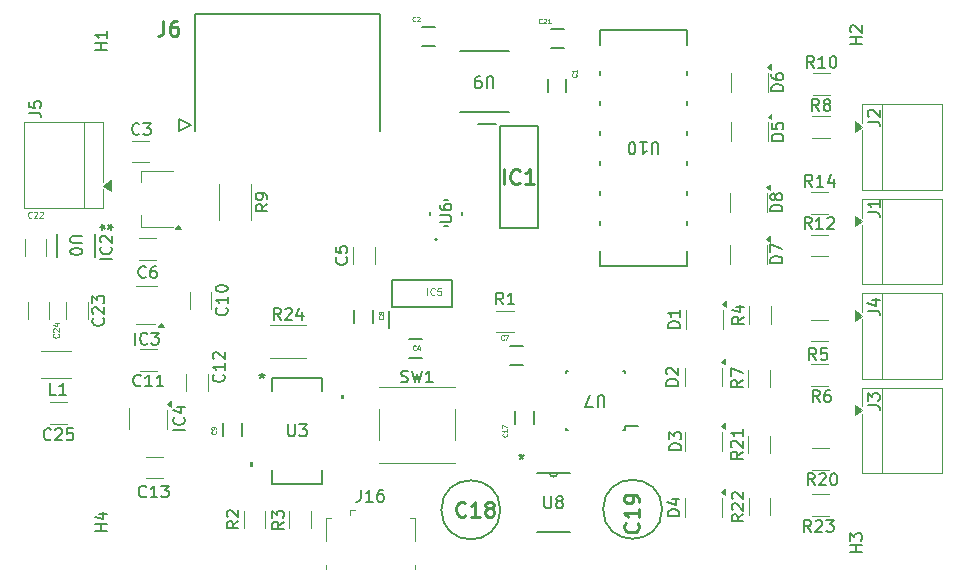
<source format=gbr>
%TF.GenerationSoftware,KiCad,Pcbnew,9.0.4*%
%TF.CreationDate,2025-11-21T01:18:50-06:00*%
%TF.ProjectId,LV Sensor,4c562053-656e-4736-9f72-2e6b69636164,rev?*%
%TF.SameCoordinates,Original*%
%TF.FileFunction,Legend,Top*%
%TF.FilePolarity,Positive*%
%FSLAX46Y46*%
G04 Gerber Fmt 4.6, Leading zero omitted, Abs format (unit mm)*
G04 Created by KiCad (PCBNEW 9.0.4) date 2025-11-21 01:18:50*
%MOMM*%
%LPD*%
G01*
G04 APERTURE LIST*
%ADD10C,0.150000*%
%ADD11C,0.254000*%
%ADD12C,0.100000*%
%ADD13C,0.098425*%
%ADD14C,0.125000*%
%ADD15C,0.200000*%
%ADD16C,0.120000*%
%ADD17C,0.127000*%
%ADD18C,0.152400*%
%ADD19C,0.000000*%
G04 APERTURE END LIST*
D10*
X199661904Y-85495180D02*
X199661904Y-84685657D01*
X199661904Y-84685657D02*
X199614285Y-84590419D01*
X199614285Y-84590419D02*
X199566666Y-84542800D01*
X199566666Y-84542800D02*
X199471428Y-84495180D01*
X199471428Y-84495180D02*
X199280952Y-84495180D01*
X199280952Y-84495180D02*
X199185714Y-84542800D01*
X199185714Y-84542800D02*
X199138095Y-84590419D01*
X199138095Y-84590419D02*
X199090476Y-84685657D01*
X199090476Y-84685657D02*
X199090476Y-85495180D01*
X198709523Y-85495180D02*
X198042857Y-85495180D01*
X198042857Y-85495180D02*
X198471428Y-84495180D01*
X221454819Y-54761904D02*
X220454819Y-54761904D01*
X220931009Y-54761904D02*
X220931009Y-54190476D01*
X221454819Y-54190476D02*
X220454819Y-54190476D01*
X220550057Y-53761904D02*
X220502438Y-53714285D01*
X220502438Y-53714285D02*
X220454819Y-53619047D01*
X220454819Y-53619047D02*
X220454819Y-53380952D01*
X220454819Y-53380952D02*
X220502438Y-53285714D01*
X220502438Y-53285714D02*
X220550057Y-53238095D01*
X220550057Y-53238095D02*
X220645295Y-53190476D01*
X220645295Y-53190476D02*
X220740533Y-53190476D01*
X220740533Y-53190476D02*
X220883390Y-53238095D01*
X220883390Y-53238095D02*
X221454819Y-53809523D01*
X221454819Y-53809523D02*
X221454819Y-53190476D01*
X221454819Y-97761904D02*
X220454819Y-97761904D01*
X220931009Y-97761904D02*
X220931009Y-97190476D01*
X221454819Y-97190476D02*
X220454819Y-97190476D01*
X220454819Y-96809523D02*
X220454819Y-96190476D01*
X220454819Y-96190476D02*
X220835771Y-96523809D01*
X220835771Y-96523809D02*
X220835771Y-96380952D01*
X220835771Y-96380952D02*
X220883390Y-96285714D01*
X220883390Y-96285714D02*
X220931009Y-96238095D01*
X220931009Y-96238095D02*
X221026247Y-96190476D01*
X221026247Y-96190476D02*
X221264342Y-96190476D01*
X221264342Y-96190476D02*
X221359580Y-96238095D01*
X221359580Y-96238095D02*
X221407200Y-96285714D01*
X221407200Y-96285714D02*
X221454819Y-96380952D01*
X221454819Y-96380952D02*
X221454819Y-96666666D01*
X221454819Y-96666666D02*
X221407200Y-96761904D01*
X221407200Y-96761904D02*
X221359580Y-96809523D01*
X221954819Y-61333333D02*
X222669104Y-61333333D01*
X222669104Y-61333333D02*
X222811961Y-61380952D01*
X222811961Y-61380952D02*
X222907200Y-61476190D01*
X222907200Y-61476190D02*
X222954819Y-61619047D01*
X222954819Y-61619047D02*
X222954819Y-61714285D01*
X222050057Y-60904761D02*
X222002438Y-60857142D01*
X222002438Y-60857142D02*
X221954819Y-60761904D01*
X221954819Y-60761904D02*
X221954819Y-60523809D01*
X221954819Y-60523809D02*
X222002438Y-60428571D01*
X222002438Y-60428571D02*
X222050057Y-60380952D01*
X222050057Y-60380952D02*
X222145295Y-60333333D01*
X222145295Y-60333333D02*
X222240533Y-60333333D01*
X222240533Y-60333333D02*
X222383390Y-60380952D01*
X222383390Y-60380952D02*
X222954819Y-60952380D01*
X222954819Y-60952380D02*
X222954819Y-60333333D01*
X221954819Y-77333333D02*
X222669104Y-77333333D01*
X222669104Y-77333333D02*
X222811961Y-77380952D01*
X222811961Y-77380952D02*
X222907200Y-77476190D01*
X222907200Y-77476190D02*
X222954819Y-77619047D01*
X222954819Y-77619047D02*
X222954819Y-77714285D01*
X222288152Y-76428571D02*
X222954819Y-76428571D01*
X221907200Y-76666666D02*
X222621485Y-76904761D01*
X222621485Y-76904761D02*
X222621485Y-76285714D01*
X221954819Y-68998333D02*
X222669104Y-68998333D01*
X222669104Y-68998333D02*
X222811961Y-69045952D01*
X222811961Y-69045952D02*
X222907200Y-69141190D01*
X222907200Y-69141190D02*
X222954819Y-69284047D01*
X222954819Y-69284047D02*
X222954819Y-69379285D01*
X222954819Y-67998333D02*
X222954819Y-68569761D01*
X222954819Y-68284047D02*
X221954819Y-68284047D01*
X221954819Y-68284047D02*
X222097676Y-68379285D01*
X222097676Y-68379285D02*
X222192914Y-68474523D01*
X222192914Y-68474523D02*
X222240533Y-68569761D01*
X221954819Y-85333333D02*
X222669104Y-85333333D01*
X222669104Y-85333333D02*
X222811961Y-85380952D01*
X222811961Y-85380952D02*
X222907200Y-85476190D01*
X222907200Y-85476190D02*
X222954819Y-85619047D01*
X222954819Y-85619047D02*
X222954819Y-85714285D01*
X221954819Y-84952380D02*
X221954819Y-84333333D01*
X221954819Y-84333333D02*
X222335771Y-84666666D01*
X222335771Y-84666666D02*
X222335771Y-84523809D01*
X222335771Y-84523809D02*
X222383390Y-84428571D01*
X222383390Y-84428571D02*
X222431009Y-84380952D01*
X222431009Y-84380952D02*
X222526247Y-84333333D01*
X222526247Y-84333333D02*
X222764342Y-84333333D01*
X222764342Y-84333333D02*
X222859580Y-84380952D01*
X222859580Y-84380952D02*
X222907200Y-84428571D01*
X222907200Y-84428571D02*
X222954819Y-84523809D01*
X222954819Y-84523809D02*
X222954819Y-84809523D01*
X222954819Y-84809523D02*
X222907200Y-84904761D01*
X222907200Y-84904761D02*
X222859580Y-84952380D01*
X157554819Y-96011904D02*
X156554819Y-96011904D01*
X157031009Y-96011904D02*
X157031009Y-95440476D01*
X157554819Y-95440476D02*
X156554819Y-95440476D01*
X156888152Y-94535714D02*
X157554819Y-94535714D01*
X156507200Y-94773809D02*
X157221485Y-95011904D01*
X157221485Y-95011904D02*
X157221485Y-94392857D01*
X157554819Y-55261904D02*
X156554819Y-55261904D01*
X157031009Y-55261904D02*
X157031009Y-54690476D01*
X157554819Y-54690476D02*
X156554819Y-54690476D01*
X157554819Y-53690476D02*
X157554819Y-54261904D01*
X157554819Y-53976190D02*
X156554819Y-53976190D01*
X156554819Y-53976190D02*
X156697676Y-54071428D01*
X156697676Y-54071428D02*
X156792914Y-54166666D01*
X156792914Y-54166666D02*
X156840533Y-54261904D01*
X182466667Y-83357200D02*
X182609524Y-83404819D01*
X182609524Y-83404819D02*
X182847619Y-83404819D01*
X182847619Y-83404819D02*
X182942857Y-83357200D01*
X182942857Y-83357200D02*
X182990476Y-83309580D01*
X182990476Y-83309580D02*
X183038095Y-83214342D01*
X183038095Y-83214342D02*
X183038095Y-83119104D01*
X183038095Y-83119104D02*
X182990476Y-83023866D01*
X182990476Y-83023866D02*
X182942857Y-82976247D01*
X182942857Y-82976247D02*
X182847619Y-82928628D01*
X182847619Y-82928628D02*
X182657143Y-82881009D01*
X182657143Y-82881009D02*
X182561905Y-82833390D01*
X182561905Y-82833390D02*
X182514286Y-82785771D01*
X182514286Y-82785771D02*
X182466667Y-82690533D01*
X182466667Y-82690533D02*
X182466667Y-82595295D01*
X182466667Y-82595295D02*
X182514286Y-82500057D01*
X182514286Y-82500057D02*
X182561905Y-82452438D01*
X182561905Y-82452438D02*
X182657143Y-82404819D01*
X182657143Y-82404819D02*
X182895238Y-82404819D01*
X182895238Y-82404819D02*
X183038095Y-82452438D01*
X183371429Y-82404819D02*
X183609524Y-83404819D01*
X183609524Y-83404819D02*
X183800000Y-82690533D01*
X183800000Y-82690533D02*
X183990476Y-83404819D01*
X183990476Y-83404819D02*
X184228572Y-82404819D01*
X185133333Y-83404819D02*
X184561905Y-83404819D01*
X184847619Y-83404819D02*
X184847619Y-82404819D01*
X184847619Y-82404819D02*
X184752381Y-82547676D01*
X184752381Y-82547676D02*
X184657143Y-82642914D01*
X184657143Y-82642914D02*
X184561905Y-82690533D01*
X214717319Y-73288094D02*
X213717319Y-73288094D01*
X213717319Y-73288094D02*
X213717319Y-73049999D01*
X213717319Y-73049999D02*
X213764938Y-72907142D01*
X213764938Y-72907142D02*
X213860176Y-72811904D01*
X213860176Y-72811904D02*
X213955414Y-72764285D01*
X213955414Y-72764285D02*
X214145890Y-72716666D01*
X214145890Y-72716666D02*
X214288747Y-72716666D01*
X214288747Y-72716666D02*
X214479223Y-72764285D01*
X214479223Y-72764285D02*
X214574461Y-72811904D01*
X214574461Y-72811904D02*
X214669700Y-72907142D01*
X214669700Y-72907142D02*
X214717319Y-73049999D01*
X214717319Y-73049999D02*
X214717319Y-73288094D01*
X213717319Y-72383332D02*
X213717319Y-71716666D01*
X213717319Y-71716666D02*
X214717319Y-72145237D01*
X217207142Y-70424819D02*
X216873809Y-69948628D01*
X216635714Y-70424819D02*
X216635714Y-69424819D01*
X216635714Y-69424819D02*
X217016666Y-69424819D01*
X217016666Y-69424819D02*
X217111904Y-69472438D01*
X217111904Y-69472438D02*
X217159523Y-69520057D01*
X217159523Y-69520057D02*
X217207142Y-69615295D01*
X217207142Y-69615295D02*
X217207142Y-69758152D01*
X217207142Y-69758152D02*
X217159523Y-69853390D01*
X217159523Y-69853390D02*
X217111904Y-69901009D01*
X217111904Y-69901009D02*
X217016666Y-69948628D01*
X217016666Y-69948628D02*
X216635714Y-69948628D01*
X218159523Y-70424819D02*
X217588095Y-70424819D01*
X217873809Y-70424819D02*
X217873809Y-69424819D01*
X217873809Y-69424819D02*
X217778571Y-69567676D01*
X217778571Y-69567676D02*
X217683333Y-69662914D01*
X217683333Y-69662914D02*
X217588095Y-69710533D01*
X218540476Y-69520057D02*
X218588095Y-69472438D01*
X218588095Y-69472438D02*
X218683333Y-69424819D01*
X218683333Y-69424819D02*
X218921428Y-69424819D01*
X218921428Y-69424819D02*
X219016666Y-69472438D01*
X219016666Y-69472438D02*
X219064285Y-69520057D01*
X219064285Y-69520057D02*
X219111904Y-69615295D01*
X219111904Y-69615295D02*
X219111904Y-69710533D01*
X219111904Y-69710533D02*
X219064285Y-69853390D01*
X219064285Y-69853390D02*
X218492857Y-70424819D01*
X218492857Y-70424819D02*
X219111904Y-70424819D01*
X217257142Y-66824819D02*
X216923809Y-66348628D01*
X216685714Y-66824819D02*
X216685714Y-65824819D01*
X216685714Y-65824819D02*
X217066666Y-65824819D01*
X217066666Y-65824819D02*
X217161904Y-65872438D01*
X217161904Y-65872438D02*
X217209523Y-65920057D01*
X217209523Y-65920057D02*
X217257142Y-66015295D01*
X217257142Y-66015295D02*
X217257142Y-66158152D01*
X217257142Y-66158152D02*
X217209523Y-66253390D01*
X217209523Y-66253390D02*
X217161904Y-66301009D01*
X217161904Y-66301009D02*
X217066666Y-66348628D01*
X217066666Y-66348628D02*
X216685714Y-66348628D01*
X218209523Y-66824819D02*
X217638095Y-66824819D01*
X217923809Y-66824819D02*
X217923809Y-65824819D01*
X217923809Y-65824819D02*
X217828571Y-65967676D01*
X217828571Y-65967676D02*
X217733333Y-66062914D01*
X217733333Y-66062914D02*
X217638095Y-66110533D01*
X219066666Y-66158152D02*
X219066666Y-66824819D01*
X218828571Y-65777200D02*
X218590476Y-66491485D01*
X218590476Y-66491485D02*
X219209523Y-66491485D01*
X214717319Y-68938094D02*
X213717319Y-68938094D01*
X213717319Y-68938094D02*
X213717319Y-68699999D01*
X213717319Y-68699999D02*
X213764938Y-68557142D01*
X213764938Y-68557142D02*
X213860176Y-68461904D01*
X213860176Y-68461904D02*
X213955414Y-68414285D01*
X213955414Y-68414285D02*
X214145890Y-68366666D01*
X214145890Y-68366666D02*
X214288747Y-68366666D01*
X214288747Y-68366666D02*
X214479223Y-68414285D01*
X214479223Y-68414285D02*
X214574461Y-68461904D01*
X214574461Y-68461904D02*
X214669700Y-68557142D01*
X214669700Y-68557142D02*
X214717319Y-68699999D01*
X214717319Y-68699999D02*
X214717319Y-68938094D01*
X214145890Y-67795237D02*
X214098271Y-67890475D01*
X214098271Y-67890475D02*
X214050652Y-67938094D01*
X214050652Y-67938094D02*
X213955414Y-67985713D01*
X213955414Y-67985713D02*
X213907795Y-67985713D01*
X213907795Y-67985713D02*
X213812557Y-67938094D01*
X213812557Y-67938094D02*
X213764938Y-67890475D01*
X213764938Y-67890475D02*
X213717319Y-67795237D01*
X213717319Y-67795237D02*
X213717319Y-67604761D01*
X213717319Y-67604761D02*
X213764938Y-67509523D01*
X213764938Y-67509523D02*
X213812557Y-67461904D01*
X213812557Y-67461904D02*
X213907795Y-67414285D01*
X213907795Y-67414285D02*
X213955414Y-67414285D01*
X213955414Y-67414285D02*
X214050652Y-67461904D01*
X214050652Y-67461904D02*
X214098271Y-67509523D01*
X214098271Y-67509523D02*
X214145890Y-67604761D01*
X214145890Y-67604761D02*
X214145890Y-67795237D01*
X214145890Y-67795237D02*
X214193509Y-67890475D01*
X214193509Y-67890475D02*
X214241128Y-67938094D01*
X214241128Y-67938094D02*
X214336366Y-67985713D01*
X214336366Y-67985713D02*
X214526842Y-67985713D01*
X214526842Y-67985713D02*
X214622080Y-67938094D01*
X214622080Y-67938094D02*
X214669700Y-67890475D01*
X214669700Y-67890475D02*
X214717319Y-67795237D01*
X214717319Y-67795237D02*
X214717319Y-67604761D01*
X214717319Y-67604761D02*
X214669700Y-67509523D01*
X214669700Y-67509523D02*
X214622080Y-67461904D01*
X214622080Y-67461904D02*
X214526842Y-67414285D01*
X214526842Y-67414285D02*
X214336366Y-67414285D01*
X214336366Y-67414285D02*
X214241128Y-67461904D01*
X214241128Y-67461904D02*
X214193509Y-67509523D01*
X214193509Y-67509523D02*
X214145890Y-67604761D01*
D11*
X162326667Y-52804318D02*
X162326667Y-53711461D01*
X162326667Y-53711461D02*
X162266190Y-53892889D01*
X162266190Y-53892889D02*
X162145238Y-54013842D01*
X162145238Y-54013842D02*
X161963809Y-54074318D01*
X161963809Y-54074318D02*
X161842857Y-54074318D01*
X163475714Y-52804318D02*
X163233809Y-52804318D01*
X163233809Y-52804318D02*
X163112857Y-52864794D01*
X163112857Y-52864794D02*
X163052381Y-52925270D01*
X163052381Y-52925270D02*
X162931428Y-53106699D01*
X162931428Y-53106699D02*
X162870952Y-53348603D01*
X162870952Y-53348603D02*
X162870952Y-53832413D01*
X162870952Y-53832413D02*
X162931428Y-53953365D01*
X162931428Y-53953365D02*
X162991905Y-54013842D01*
X162991905Y-54013842D02*
X163112857Y-54074318D01*
X163112857Y-54074318D02*
X163354762Y-54074318D01*
X163354762Y-54074318D02*
X163475714Y-54013842D01*
X163475714Y-54013842D02*
X163536190Y-53953365D01*
X163536190Y-53953365D02*
X163596667Y-53832413D01*
X163596667Y-53832413D02*
X163596667Y-53530032D01*
X163596667Y-53530032D02*
X163536190Y-53409080D01*
X163536190Y-53409080D02*
X163475714Y-53348603D01*
X163475714Y-53348603D02*
X163354762Y-53288127D01*
X163354762Y-53288127D02*
X163112857Y-53288127D01*
X163112857Y-53288127D02*
X162991905Y-53348603D01*
X162991905Y-53348603D02*
X162931428Y-53409080D01*
X162931428Y-53409080D02*
X162870952Y-53530032D01*
D12*
X184664286Y-76022371D02*
X184664286Y-75422371D01*
X185292857Y-75965228D02*
X185264285Y-75993800D01*
X185264285Y-75993800D02*
X185178571Y-76022371D01*
X185178571Y-76022371D02*
X185121428Y-76022371D01*
X185121428Y-76022371D02*
X185035714Y-75993800D01*
X185035714Y-75993800D02*
X184978571Y-75936657D01*
X184978571Y-75936657D02*
X184950000Y-75879514D01*
X184950000Y-75879514D02*
X184921428Y-75765228D01*
X184921428Y-75765228D02*
X184921428Y-75679514D01*
X184921428Y-75679514D02*
X184950000Y-75565228D01*
X184950000Y-75565228D02*
X184978571Y-75508085D01*
X184978571Y-75508085D02*
X185035714Y-75450942D01*
X185035714Y-75450942D02*
X185121428Y-75422371D01*
X185121428Y-75422371D02*
X185178571Y-75422371D01*
X185178571Y-75422371D02*
X185264285Y-75450942D01*
X185264285Y-75450942D02*
X185292857Y-75479514D01*
X185835714Y-75422371D02*
X185550000Y-75422371D01*
X185550000Y-75422371D02*
X185521428Y-75708085D01*
X185521428Y-75708085D02*
X185550000Y-75679514D01*
X185550000Y-75679514D02*
X185607143Y-75650942D01*
X185607143Y-75650942D02*
X185750000Y-75650942D01*
X185750000Y-75650942D02*
X185807143Y-75679514D01*
X185807143Y-75679514D02*
X185835714Y-75708085D01*
X185835714Y-75708085D02*
X185864285Y-75765228D01*
X185864285Y-75765228D02*
X185864285Y-75908085D01*
X185864285Y-75908085D02*
X185835714Y-75965228D01*
X185835714Y-75965228D02*
X185807143Y-75993800D01*
X185807143Y-75993800D02*
X185750000Y-76022371D01*
X185750000Y-76022371D02*
X185607143Y-76022371D01*
X185607143Y-76022371D02*
X185550000Y-75993800D01*
X185550000Y-75993800D02*
X185521428Y-75965228D01*
D13*
X197269519Y-57325616D02*
X197288267Y-57344364D01*
X197288267Y-57344364D02*
X197307014Y-57400607D01*
X197307014Y-57400607D02*
X197307014Y-57438102D01*
X197307014Y-57438102D02*
X197288267Y-57494345D01*
X197288267Y-57494345D02*
X197250771Y-57531841D01*
X197250771Y-57531841D02*
X197213276Y-57550588D01*
X197213276Y-57550588D02*
X197138285Y-57569336D01*
X197138285Y-57569336D02*
X197082042Y-57569336D01*
X197082042Y-57569336D02*
X197007052Y-57550588D01*
X197007052Y-57550588D02*
X196969556Y-57531841D01*
X196969556Y-57531841D02*
X196932061Y-57494345D01*
X196932061Y-57494345D02*
X196913313Y-57438102D01*
X196913313Y-57438102D02*
X196913313Y-57400607D01*
X196913313Y-57400607D02*
X196932061Y-57344364D01*
X196932061Y-57344364D02*
X196950809Y-57325616D01*
X197307014Y-56950663D02*
X197307014Y-57175635D01*
X197307014Y-57063149D02*
X196913313Y-57063149D01*
X196913313Y-57063149D02*
X196969556Y-57100644D01*
X196969556Y-57100644D02*
X197007052Y-57138140D01*
X197007052Y-57138140D02*
X197025799Y-57175635D01*
X191389519Y-87753092D02*
X191408267Y-87771840D01*
X191408267Y-87771840D02*
X191427014Y-87828083D01*
X191427014Y-87828083D02*
X191427014Y-87865578D01*
X191427014Y-87865578D02*
X191408267Y-87921821D01*
X191408267Y-87921821D02*
X191370771Y-87959317D01*
X191370771Y-87959317D02*
X191333276Y-87978064D01*
X191333276Y-87978064D02*
X191258285Y-87996812D01*
X191258285Y-87996812D02*
X191202042Y-87996812D01*
X191202042Y-87996812D02*
X191127052Y-87978064D01*
X191127052Y-87978064D02*
X191089556Y-87959317D01*
X191089556Y-87959317D02*
X191052061Y-87921821D01*
X191052061Y-87921821D02*
X191033313Y-87865578D01*
X191033313Y-87865578D02*
X191033313Y-87828083D01*
X191033313Y-87828083D02*
X191052061Y-87771840D01*
X191052061Y-87771840D02*
X191070809Y-87753092D01*
X191427014Y-87378139D02*
X191427014Y-87603111D01*
X191427014Y-87490625D02*
X191033313Y-87490625D01*
X191033313Y-87490625D02*
X191089556Y-87528120D01*
X191089556Y-87528120D02*
X191127052Y-87565616D01*
X191127052Y-87565616D02*
X191145799Y-87603111D01*
X191033313Y-87246906D02*
X191033313Y-86984438D01*
X191033313Y-86984438D02*
X191427014Y-87153167D01*
D11*
X187891571Y-94676365D02*
X187831095Y-94736842D01*
X187831095Y-94736842D02*
X187649666Y-94797318D01*
X187649666Y-94797318D02*
X187528714Y-94797318D01*
X187528714Y-94797318D02*
X187347285Y-94736842D01*
X187347285Y-94736842D02*
X187226333Y-94615889D01*
X187226333Y-94615889D02*
X187165856Y-94494937D01*
X187165856Y-94494937D02*
X187105380Y-94253032D01*
X187105380Y-94253032D02*
X187105380Y-94071603D01*
X187105380Y-94071603D02*
X187165856Y-93829699D01*
X187165856Y-93829699D02*
X187226333Y-93708746D01*
X187226333Y-93708746D02*
X187347285Y-93587794D01*
X187347285Y-93587794D02*
X187528714Y-93527318D01*
X187528714Y-93527318D02*
X187649666Y-93527318D01*
X187649666Y-93527318D02*
X187831095Y-93587794D01*
X187831095Y-93587794D02*
X187891571Y-93648270D01*
X189101095Y-94797318D02*
X188375380Y-94797318D01*
X188738237Y-94797318D02*
X188738237Y-93527318D01*
X188738237Y-93527318D02*
X188617285Y-93708746D01*
X188617285Y-93708746D02*
X188496333Y-93829699D01*
X188496333Y-93829699D02*
X188375380Y-93890175D01*
X189826809Y-94071603D02*
X189705857Y-94011127D01*
X189705857Y-94011127D02*
X189645380Y-93950651D01*
X189645380Y-93950651D02*
X189584904Y-93829699D01*
X189584904Y-93829699D02*
X189584904Y-93769222D01*
X189584904Y-93769222D02*
X189645380Y-93648270D01*
X189645380Y-93648270D02*
X189705857Y-93587794D01*
X189705857Y-93587794D02*
X189826809Y-93527318D01*
X189826809Y-93527318D02*
X190068714Y-93527318D01*
X190068714Y-93527318D02*
X190189666Y-93587794D01*
X190189666Y-93587794D02*
X190250142Y-93648270D01*
X190250142Y-93648270D02*
X190310619Y-93769222D01*
X190310619Y-93769222D02*
X190310619Y-93829699D01*
X190310619Y-93829699D02*
X190250142Y-93950651D01*
X190250142Y-93950651D02*
X190189666Y-94011127D01*
X190189666Y-94011127D02*
X190068714Y-94071603D01*
X190068714Y-94071603D02*
X189826809Y-94071603D01*
X189826809Y-94071603D02*
X189705857Y-94132080D01*
X189705857Y-94132080D02*
X189645380Y-94192556D01*
X189645380Y-94192556D02*
X189584904Y-94313508D01*
X189584904Y-94313508D02*
X189584904Y-94555413D01*
X189584904Y-94555413D02*
X189645380Y-94676365D01*
X189645380Y-94676365D02*
X189705857Y-94736842D01*
X189705857Y-94736842D02*
X189826809Y-94797318D01*
X189826809Y-94797318D02*
X190068714Y-94797318D01*
X190068714Y-94797318D02*
X190189666Y-94736842D01*
X190189666Y-94736842D02*
X190250142Y-94676365D01*
X190250142Y-94676365D02*
X190310619Y-94555413D01*
X190310619Y-94555413D02*
X190310619Y-94313508D01*
X190310619Y-94313508D02*
X190250142Y-94192556D01*
X190250142Y-94192556D02*
X190189666Y-94132080D01*
X190189666Y-94132080D02*
X190068714Y-94071603D01*
D10*
X157954819Y-72976189D02*
X156954819Y-72976189D01*
X157859580Y-71928571D02*
X157907200Y-71976190D01*
X157907200Y-71976190D02*
X157954819Y-72119047D01*
X157954819Y-72119047D02*
X157954819Y-72214285D01*
X157954819Y-72214285D02*
X157907200Y-72357142D01*
X157907200Y-72357142D02*
X157811961Y-72452380D01*
X157811961Y-72452380D02*
X157716723Y-72499999D01*
X157716723Y-72499999D02*
X157526247Y-72547618D01*
X157526247Y-72547618D02*
X157383390Y-72547618D01*
X157383390Y-72547618D02*
X157192914Y-72499999D01*
X157192914Y-72499999D02*
X157097676Y-72452380D01*
X157097676Y-72452380D02*
X157002438Y-72357142D01*
X157002438Y-72357142D02*
X156954819Y-72214285D01*
X156954819Y-72214285D02*
X156954819Y-72119047D01*
X156954819Y-72119047D02*
X157002438Y-71976190D01*
X157002438Y-71976190D02*
X157050057Y-71928571D01*
X157050057Y-71547618D02*
X157002438Y-71499999D01*
X157002438Y-71499999D02*
X156954819Y-71404761D01*
X156954819Y-71404761D02*
X156954819Y-71166666D01*
X156954819Y-71166666D02*
X157002438Y-71071428D01*
X157002438Y-71071428D02*
X157050057Y-71023809D01*
X157050057Y-71023809D02*
X157145295Y-70976190D01*
X157145295Y-70976190D02*
X157240533Y-70976190D01*
X157240533Y-70976190D02*
X157383390Y-71023809D01*
X157383390Y-71023809D02*
X157954819Y-71595237D01*
X157954819Y-71595237D02*
X157954819Y-70976190D01*
D14*
X151178571Y-69427190D02*
X151154762Y-69451000D01*
X151154762Y-69451000D02*
X151083333Y-69474809D01*
X151083333Y-69474809D02*
X151035714Y-69474809D01*
X151035714Y-69474809D02*
X150964286Y-69451000D01*
X150964286Y-69451000D02*
X150916667Y-69403380D01*
X150916667Y-69403380D02*
X150892857Y-69355761D01*
X150892857Y-69355761D02*
X150869048Y-69260523D01*
X150869048Y-69260523D02*
X150869048Y-69189095D01*
X150869048Y-69189095D02*
X150892857Y-69093857D01*
X150892857Y-69093857D02*
X150916667Y-69046238D01*
X150916667Y-69046238D02*
X150964286Y-68998619D01*
X150964286Y-68998619D02*
X151035714Y-68974809D01*
X151035714Y-68974809D02*
X151083333Y-68974809D01*
X151083333Y-68974809D02*
X151154762Y-68998619D01*
X151154762Y-68998619D02*
X151178571Y-69022428D01*
X151369048Y-69022428D02*
X151392857Y-68998619D01*
X151392857Y-68998619D02*
X151440476Y-68974809D01*
X151440476Y-68974809D02*
X151559524Y-68974809D01*
X151559524Y-68974809D02*
X151607143Y-68998619D01*
X151607143Y-68998619D02*
X151630952Y-69022428D01*
X151630952Y-69022428D02*
X151654762Y-69070047D01*
X151654762Y-69070047D02*
X151654762Y-69117666D01*
X151654762Y-69117666D02*
X151630952Y-69189095D01*
X151630952Y-69189095D02*
X151345238Y-69474809D01*
X151345238Y-69474809D02*
X151654762Y-69474809D01*
X151845238Y-69022428D02*
X151869047Y-68998619D01*
X151869047Y-68998619D02*
X151916666Y-68974809D01*
X151916666Y-68974809D02*
X152035714Y-68974809D01*
X152035714Y-68974809D02*
X152083333Y-68998619D01*
X152083333Y-68998619D02*
X152107142Y-69022428D01*
X152107142Y-69022428D02*
X152130952Y-69070047D01*
X152130952Y-69070047D02*
X152130952Y-69117666D01*
X152130952Y-69117666D02*
X152107142Y-69189095D01*
X152107142Y-69189095D02*
X151821428Y-69474809D01*
X151821428Y-69474809D02*
X152130952Y-69474809D01*
D10*
X168674820Y-95166666D02*
X168198629Y-95499999D01*
X168674820Y-95738094D02*
X167674820Y-95738094D01*
X167674820Y-95738094D02*
X167674820Y-95357142D01*
X167674820Y-95357142D02*
X167722439Y-95261904D01*
X167722439Y-95261904D02*
X167770058Y-95214285D01*
X167770058Y-95214285D02*
X167865296Y-95166666D01*
X167865296Y-95166666D02*
X168008153Y-95166666D01*
X168008153Y-95166666D02*
X168103391Y-95214285D01*
X168103391Y-95214285D02*
X168151010Y-95261904D01*
X168151010Y-95261904D02*
X168198629Y-95357142D01*
X168198629Y-95357142D02*
X168198629Y-95738094D01*
X167770058Y-94785713D02*
X167722439Y-94738094D01*
X167722439Y-94738094D02*
X167674820Y-94642856D01*
X167674820Y-94642856D02*
X167674820Y-94404761D01*
X167674820Y-94404761D02*
X167722439Y-94309523D01*
X167722439Y-94309523D02*
X167770058Y-94261904D01*
X167770058Y-94261904D02*
X167865296Y-94214285D01*
X167865296Y-94214285D02*
X167960534Y-94214285D01*
X167960534Y-94214285D02*
X168103391Y-94261904D01*
X168103391Y-94261904D02*
X168674820Y-94833332D01*
X168674820Y-94833332D02*
X168674820Y-94214285D01*
X172888095Y-86954819D02*
X172888095Y-87764342D01*
X172888095Y-87764342D02*
X172935714Y-87859580D01*
X172935714Y-87859580D02*
X172983333Y-87907200D01*
X172983333Y-87907200D02*
X173078571Y-87954819D01*
X173078571Y-87954819D02*
X173269047Y-87954819D01*
X173269047Y-87954819D02*
X173364285Y-87907200D01*
X173364285Y-87907200D02*
X173411904Y-87859580D01*
X173411904Y-87859580D02*
X173459523Y-87764342D01*
X173459523Y-87764342D02*
X173459523Y-86954819D01*
X173840476Y-86954819D02*
X174459523Y-86954819D01*
X174459523Y-86954819D02*
X174126190Y-87335771D01*
X174126190Y-87335771D02*
X174269047Y-87335771D01*
X174269047Y-87335771D02*
X174364285Y-87383390D01*
X174364285Y-87383390D02*
X174411904Y-87431009D01*
X174411904Y-87431009D02*
X174459523Y-87526247D01*
X174459523Y-87526247D02*
X174459523Y-87764342D01*
X174459523Y-87764342D02*
X174411904Y-87859580D01*
X174411904Y-87859580D02*
X174364285Y-87907200D01*
X174364285Y-87907200D02*
X174269047Y-87954819D01*
X174269047Y-87954819D02*
X173983333Y-87954819D01*
X173983333Y-87954819D02*
X173888095Y-87907200D01*
X173888095Y-87907200D02*
X173840476Y-87859580D01*
X170671850Y-82598719D02*
X170671850Y-82836814D01*
X170433755Y-82741576D02*
X170671850Y-82836814D01*
X170671850Y-82836814D02*
X170909945Y-82741576D01*
X170528993Y-83027290D02*
X170671850Y-82836814D01*
X170671850Y-82836814D02*
X170814707Y-83027290D01*
X170671850Y-82598719D02*
X170671850Y-82836814D01*
X170433755Y-82741576D02*
X170671850Y-82836814D01*
X170671850Y-82836814D02*
X170909945Y-82741576D01*
X170528993Y-83027290D02*
X170671850Y-82836814D01*
X170671850Y-82836814D02*
X170814707Y-83027290D01*
X155445180Y-71038095D02*
X154635657Y-71038095D01*
X154635657Y-71038095D02*
X154540419Y-71085714D01*
X154540419Y-71085714D02*
X154492800Y-71133333D01*
X154492800Y-71133333D02*
X154445180Y-71228571D01*
X154445180Y-71228571D02*
X154445180Y-71419047D01*
X154445180Y-71419047D02*
X154492800Y-71514285D01*
X154492800Y-71514285D02*
X154540419Y-71561904D01*
X154540419Y-71561904D02*
X154635657Y-71609523D01*
X154635657Y-71609523D02*
X155445180Y-71609523D01*
X155445180Y-72276190D02*
X155445180Y-72371428D01*
X155445180Y-72371428D02*
X155397561Y-72466666D01*
X155397561Y-72466666D02*
X155349942Y-72514285D01*
X155349942Y-72514285D02*
X155254704Y-72561904D01*
X155254704Y-72561904D02*
X155064228Y-72609523D01*
X155064228Y-72609523D02*
X154826133Y-72609523D01*
X154826133Y-72609523D02*
X154635657Y-72561904D01*
X154635657Y-72561904D02*
X154540419Y-72514285D01*
X154540419Y-72514285D02*
X154492800Y-72466666D01*
X154492800Y-72466666D02*
X154445180Y-72371428D01*
X154445180Y-72371428D02*
X154445180Y-72276190D01*
X154445180Y-72276190D02*
X154492800Y-72180952D01*
X154492800Y-72180952D02*
X154540419Y-72133333D01*
X154540419Y-72133333D02*
X154635657Y-72085714D01*
X154635657Y-72085714D02*
X154826133Y-72038095D01*
X154826133Y-72038095D02*
X155064228Y-72038095D01*
X155064228Y-72038095D02*
X155254704Y-72085714D01*
X155254704Y-72085714D02*
X155349942Y-72133333D01*
X155349942Y-72133333D02*
X155397561Y-72180952D01*
X155397561Y-72180952D02*
X155445180Y-72276190D01*
X156955819Y-70244249D02*
X157193914Y-70244249D01*
X157098676Y-70482344D02*
X157193914Y-70244249D01*
X157193914Y-70244249D02*
X157098676Y-70006154D01*
X157384390Y-70387106D02*
X157193914Y-70244249D01*
X157193914Y-70244249D02*
X157384390Y-70101392D01*
X158046180Y-70244250D02*
X157808085Y-70244250D01*
X157903323Y-70006155D02*
X157808085Y-70244250D01*
X157808085Y-70244250D02*
X157903323Y-70482345D01*
X157617609Y-70101393D02*
X157808085Y-70244250D01*
X157808085Y-70244250D02*
X157617609Y-70387107D01*
X214817319Y-62938094D02*
X213817319Y-62938094D01*
X213817319Y-62938094D02*
X213817319Y-62699999D01*
X213817319Y-62699999D02*
X213864938Y-62557142D01*
X213864938Y-62557142D02*
X213960176Y-62461904D01*
X213960176Y-62461904D02*
X214055414Y-62414285D01*
X214055414Y-62414285D02*
X214245890Y-62366666D01*
X214245890Y-62366666D02*
X214388747Y-62366666D01*
X214388747Y-62366666D02*
X214579223Y-62414285D01*
X214579223Y-62414285D02*
X214674461Y-62461904D01*
X214674461Y-62461904D02*
X214769700Y-62557142D01*
X214769700Y-62557142D02*
X214817319Y-62699999D01*
X214817319Y-62699999D02*
X214817319Y-62938094D01*
X213817319Y-61461904D02*
X213817319Y-61938094D01*
X213817319Y-61938094D02*
X214293509Y-61985713D01*
X214293509Y-61985713D02*
X214245890Y-61938094D01*
X214245890Y-61938094D02*
X214198271Y-61842856D01*
X214198271Y-61842856D02*
X214198271Y-61604761D01*
X214198271Y-61604761D02*
X214245890Y-61509523D01*
X214245890Y-61509523D02*
X214293509Y-61461904D01*
X214293509Y-61461904D02*
X214388747Y-61414285D01*
X214388747Y-61414285D02*
X214626842Y-61414285D01*
X214626842Y-61414285D02*
X214722080Y-61461904D01*
X214722080Y-61461904D02*
X214769700Y-61509523D01*
X214769700Y-61509523D02*
X214817319Y-61604761D01*
X214817319Y-61604761D02*
X214817319Y-61842856D01*
X214817319Y-61842856D02*
X214769700Y-61938094D01*
X214769700Y-61938094D02*
X214722080Y-61985713D01*
X214804819Y-58738094D02*
X213804819Y-58738094D01*
X213804819Y-58738094D02*
X213804819Y-58499999D01*
X213804819Y-58499999D02*
X213852438Y-58357142D01*
X213852438Y-58357142D02*
X213947676Y-58261904D01*
X213947676Y-58261904D02*
X214042914Y-58214285D01*
X214042914Y-58214285D02*
X214233390Y-58166666D01*
X214233390Y-58166666D02*
X214376247Y-58166666D01*
X214376247Y-58166666D02*
X214566723Y-58214285D01*
X214566723Y-58214285D02*
X214661961Y-58261904D01*
X214661961Y-58261904D02*
X214757200Y-58357142D01*
X214757200Y-58357142D02*
X214804819Y-58499999D01*
X214804819Y-58499999D02*
X214804819Y-58738094D01*
X213804819Y-57309523D02*
X213804819Y-57499999D01*
X213804819Y-57499999D02*
X213852438Y-57595237D01*
X213852438Y-57595237D02*
X213900057Y-57642856D01*
X213900057Y-57642856D02*
X214042914Y-57738094D01*
X214042914Y-57738094D02*
X214233390Y-57785713D01*
X214233390Y-57785713D02*
X214614342Y-57785713D01*
X214614342Y-57785713D02*
X214709580Y-57738094D01*
X214709580Y-57738094D02*
X214757200Y-57690475D01*
X214757200Y-57690475D02*
X214804819Y-57595237D01*
X214804819Y-57595237D02*
X214804819Y-57404761D01*
X214804819Y-57404761D02*
X214757200Y-57309523D01*
X214757200Y-57309523D02*
X214709580Y-57261904D01*
X214709580Y-57261904D02*
X214614342Y-57214285D01*
X214614342Y-57214285D02*
X214376247Y-57214285D01*
X214376247Y-57214285D02*
X214281009Y-57261904D01*
X214281009Y-57261904D02*
X214233390Y-57309523D01*
X214233390Y-57309523D02*
X214185771Y-57404761D01*
X214185771Y-57404761D02*
X214185771Y-57595237D01*
X214185771Y-57595237D02*
X214233390Y-57690475D01*
X214233390Y-57690475D02*
X214281009Y-57738094D01*
X214281009Y-57738094D02*
X214376247Y-57785713D01*
X157209580Y-77992857D02*
X157257200Y-78040476D01*
X157257200Y-78040476D02*
X157304819Y-78183333D01*
X157304819Y-78183333D02*
X157304819Y-78278571D01*
X157304819Y-78278571D02*
X157257200Y-78421428D01*
X157257200Y-78421428D02*
X157161961Y-78516666D01*
X157161961Y-78516666D02*
X157066723Y-78564285D01*
X157066723Y-78564285D02*
X156876247Y-78611904D01*
X156876247Y-78611904D02*
X156733390Y-78611904D01*
X156733390Y-78611904D02*
X156542914Y-78564285D01*
X156542914Y-78564285D02*
X156447676Y-78516666D01*
X156447676Y-78516666D02*
X156352438Y-78421428D01*
X156352438Y-78421428D02*
X156304819Y-78278571D01*
X156304819Y-78278571D02*
X156304819Y-78183333D01*
X156304819Y-78183333D02*
X156352438Y-78040476D01*
X156352438Y-78040476D02*
X156400057Y-77992857D01*
X156400057Y-77611904D02*
X156352438Y-77564285D01*
X156352438Y-77564285D02*
X156304819Y-77469047D01*
X156304819Y-77469047D02*
X156304819Y-77230952D01*
X156304819Y-77230952D02*
X156352438Y-77135714D01*
X156352438Y-77135714D02*
X156400057Y-77088095D01*
X156400057Y-77088095D02*
X156495295Y-77040476D01*
X156495295Y-77040476D02*
X156590533Y-77040476D01*
X156590533Y-77040476D02*
X156733390Y-77088095D01*
X156733390Y-77088095D02*
X157304819Y-77659523D01*
X157304819Y-77659523D02*
X157304819Y-77040476D01*
X156304819Y-76707142D02*
X156304819Y-76088095D01*
X156304819Y-76088095D02*
X156685771Y-76421428D01*
X156685771Y-76421428D02*
X156685771Y-76278571D01*
X156685771Y-76278571D02*
X156733390Y-76183333D01*
X156733390Y-76183333D02*
X156781009Y-76135714D01*
X156781009Y-76135714D02*
X156876247Y-76088095D01*
X156876247Y-76088095D02*
X157114342Y-76088095D01*
X157114342Y-76088095D02*
X157209580Y-76135714D01*
X157209580Y-76135714D02*
X157257200Y-76183333D01*
X157257200Y-76183333D02*
X157304819Y-76278571D01*
X157304819Y-76278571D02*
X157304819Y-76564285D01*
X157304819Y-76564285D02*
X157257200Y-76659523D01*
X157257200Y-76659523D02*
X157209580Y-76707142D01*
X150954819Y-60583333D02*
X151669104Y-60583333D01*
X151669104Y-60583333D02*
X151811961Y-60630952D01*
X151811961Y-60630952D02*
X151907200Y-60726190D01*
X151907200Y-60726190D02*
X151954819Y-60869047D01*
X151954819Y-60869047D02*
X151954819Y-60964285D01*
X150954819Y-59630952D02*
X150954819Y-60107142D01*
X150954819Y-60107142D02*
X151431009Y-60154761D01*
X151431009Y-60154761D02*
X151383390Y-60107142D01*
X151383390Y-60107142D02*
X151335771Y-60011904D01*
X151335771Y-60011904D02*
X151335771Y-59773809D01*
X151335771Y-59773809D02*
X151383390Y-59678571D01*
X151383390Y-59678571D02*
X151431009Y-59630952D01*
X151431009Y-59630952D02*
X151526247Y-59583333D01*
X151526247Y-59583333D02*
X151764342Y-59583333D01*
X151764342Y-59583333D02*
X151859580Y-59630952D01*
X151859580Y-59630952D02*
X151907200Y-59678571D01*
X151907200Y-59678571D02*
X151954819Y-59773809D01*
X151954819Y-59773809D02*
X151954819Y-60011904D01*
X151954819Y-60011904D02*
X151907200Y-60107142D01*
X151907200Y-60107142D02*
X151859580Y-60154761D01*
D13*
X183684383Y-80639519D02*
X183665635Y-80658267D01*
X183665635Y-80658267D02*
X183609392Y-80677014D01*
X183609392Y-80677014D02*
X183571897Y-80677014D01*
X183571897Y-80677014D02*
X183515654Y-80658267D01*
X183515654Y-80658267D02*
X183478159Y-80620771D01*
X183478159Y-80620771D02*
X183459411Y-80583276D01*
X183459411Y-80583276D02*
X183440663Y-80508285D01*
X183440663Y-80508285D02*
X183440663Y-80452042D01*
X183440663Y-80452042D02*
X183459411Y-80377052D01*
X183459411Y-80377052D02*
X183478159Y-80339556D01*
X183478159Y-80339556D02*
X183515654Y-80302061D01*
X183515654Y-80302061D02*
X183571897Y-80283313D01*
X183571897Y-80283313D02*
X183609392Y-80283313D01*
X183609392Y-80283313D02*
X183665635Y-80302061D01*
X183665635Y-80302061D02*
X183684383Y-80320809D01*
X184021841Y-80414547D02*
X184021841Y-80677014D01*
X183928103Y-80264566D02*
X183834364Y-80545781D01*
X183834364Y-80545781D02*
X184078084Y-80545781D01*
X166739519Y-87565616D02*
X166758267Y-87584364D01*
X166758267Y-87584364D02*
X166777014Y-87640607D01*
X166777014Y-87640607D02*
X166777014Y-87678102D01*
X166777014Y-87678102D02*
X166758267Y-87734345D01*
X166758267Y-87734345D02*
X166720771Y-87771841D01*
X166720771Y-87771841D02*
X166683276Y-87790588D01*
X166683276Y-87790588D02*
X166608285Y-87809336D01*
X166608285Y-87809336D02*
X166552042Y-87809336D01*
X166552042Y-87809336D02*
X166477052Y-87790588D01*
X166477052Y-87790588D02*
X166439556Y-87771841D01*
X166439556Y-87771841D02*
X166402061Y-87734345D01*
X166402061Y-87734345D02*
X166383313Y-87678102D01*
X166383313Y-87678102D02*
X166383313Y-87640607D01*
X166383313Y-87640607D02*
X166402061Y-87584364D01*
X166402061Y-87584364D02*
X166420809Y-87565616D01*
X166777014Y-87378140D02*
X166777014Y-87303149D01*
X166777014Y-87303149D02*
X166758267Y-87265654D01*
X166758267Y-87265654D02*
X166739519Y-87246906D01*
X166739519Y-87246906D02*
X166683276Y-87209411D01*
X166683276Y-87209411D02*
X166608285Y-87190663D01*
X166608285Y-87190663D02*
X166458304Y-87190663D01*
X166458304Y-87190663D02*
X166420809Y-87209411D01*
X166420809Y-87209411D02*
X166402061Y-87228158D01*
X166402061Y-87228158D02*
X166383313Y-87265654D01*
X166383313Y-87265654D02*
X166383313Y-87340644D01*
X166383313Y-87340644D02*
X166402061Y-87378140D01*
X166402061Y-87378140D02*
X166420809Y-87396887D01*
X166420809Y-87396887D02*
X166458304Y-87415635D01*
X166458304Y-87415635D02*
X166552042Y-87415635D01*
X166552042Y-87415635D02*
X166589538Y-87396887D01*
X166589538Y-87396887D02*
X166608285Y-87378140D01*
X166608285Y-87378140D02*
X166627033Y-87340644D01*
X166627033Y-87340644D02*
X166627033Y-87265654D01*
X166627033Y-87265654D02*
X166608285Y-87228158D01*
X166608285Y-87228158D02*
X166589538Y-87209411D01*
X166589538Y-87209411D02*
X166552042Y-87190663D01*
D10*
X190261904Y-58495180D02*
X190261904Y-57685657D01*
X190261904Y-57685657D02*
X190214285Y-57590419D01*
X190214285Y-57590419D02*
X190166666Y-57542800D01*
X190166666Y-57542800D02*
X190071428Y-57495180D01*
X190071428Y-57495180D02*
X189880952Y-57495180D01*
X189880952Y-57495180D02*
X189785714Y-57542800D01*
X189785714Y-57542800D02*
X189738095Y-57590419D01*
X189738095Y-57590419D02*
X189690476Y-57685657D01*
X189690476Y-57685657D02*
X189690476Y-58495180D01*
X189166666Y-57495180D02*
X188976190Y-57495180D01*
X188976190Y-57495180D02*
X188880952Y-57542800D01*
X188880952Y-57542800D02*
X188833333Y-57590419D01*
X188833333Y-57590419D02*
X188738095Y-57733276D01*
X188738095Y-57733276D02*
X188690476Y-57923752D01*
X188690476Y-57923752D02*
X188690476Y-58304704D01*
X188690476Y-58304704D02*
X188738095Y-58399942D01*
X188738095Y-58399942D02*
X188785714Y-58447561D01*
X188785714Y-58447561D02*
X188880952Y-58495180D01*
X188880952Y-58495180D02*
X189071428Y-58495180D01*
X189071428Y-58495180D02*
X189166666Y-58447561D01*
X189166666Y-58447561D02*
X189214285Y-58399942D01*
X189214285Y-58399942D02*
X189261904Y-58304704D01*
X189261904Y-58304704D02*
X189261904Y-58066609D01*
X189261904Y-58066609D02*
X189214285Y-57971371D01*
X189214285Y-57971371D02*
X189166666Y-57923752D01*
X189166666Y-57923752D02*
X189071428Y-57876133D01*
X189071428Y-57876133D02*
X188880952Y-57876133D01*
X188880952Y-57876133D02*
X188785714Y-57923752D01*
X188785714Y-57923752D02*
X188738095Y-57971371D01*
X188738095Y-57971371D02*
X188690476Y-58066609D01*
X167659581Y-77092857D02*
X167707201Y-77140476D01*
X167707201Y-77140476D02*
X167754820Y-77283333D01*
X167754820Y-77283333D02*
X167754820Y-77378571D01*
X167754820Y-77378571D02*
X167707201Y-77521428D01*
X167707201Y-77521428D02*
X167611962Y-77616666D01*
X167611962Y-77616666D02*
X167516724Y-77664285D01*
X167516724Y-77664285D02*
X167326248Y-77711904D01*
X167326248Y-77711904D02*
X167183391Y-77711904D01*
X167183391Y-77711904D02*
X166992915Y-77664285D01*
X166992915Y-77664285D02*
X166897677Y-77616666D01*
X166897677Y-77616666D02*
X166802439Y-77521428D01*
X166802439Y-77521428D02*
X166754820Y-77378571D01*
X166754820Y-77378571D02*
X166754820Y-77283333D01*
X166754820Y-77283333D02*
X166802439Y-77140476D01*
X166802439Y-77140476D02*
X166850058Y-77092857D01*
X167754820Y-76140476D02*
X167754820Y-76711904D01*
X167754820Y-76426190D02*
X166754820Y-76426190D01*
X166754820Y-76426190D02*
X166897677Y-76521428D01*
X166897677Y-76521428D02*
X166992915Y-76616666D01*
X166992915Y-76616666D02*
X167040534Y-76711904D01*
X166754820Y-75521428D02*
X166754820Y-75426190D01*
X166754820Y-75426190D02*
X166802439Y-75330952D01*
X166802439Y-75330952D02*
X166850058Y-75283333D01*
X166850058Y-75283333D02*
X166945296Y-75235714D01*
X166945296Y-75235714D02*
X167135772Y-75188095D01*
X167135772Y-75188095D02*
X167373867Y-75188095D01*
X167373867Y-75188095D02*
X167564343Y-75235714D01*
X167564343Y-75235714D02*
X167659581Y-75283333D01*
X167659581Y-75283333D02*
X167707201Y-75330952D01*
X167707201Y-75330952D02*
X167754820Y-75426190D01*
X167754820Y-75426190D02*
X167754820Y-75521428D01*
X167754820Y-75521428D02*
X167707201Y-75616666D01*
X167707201Y-75616666D02*
X167659581Y-75664285D01*
X167659581Y-75664285D02*
X167564343Y-75711904D01*
X167564343Y-75711904D02*
X167373867Y-75759523D01*
X167373867Y-75759523D02*
X167135772Y-75759523D01*
X167135772Y-75759523D02*
X166945296Y-75711904D01*
X166945296Y-75711904D02*
X166850058Y-75664285D01*
X166850058Y-75664285D02*
X166802439Y-75616666D01*
X166802439Y-75616666D02*
X166754820Y-75521428D01*
X194588095Y-93054819D02*
X194588095Y-93864342D01*
X194588095Y-93864342D02*
X194635714Y-93959580D01*
X194635714Y-93959580D02*
X194683333Y-94007200D01*
X194683333Y-94007200D02*
X194778571Y-94054819D01*
X194778571Y-94054819D02*
X194969047Y-94054819D01*
X194969047Y-94054819D02*
X195064285Y-94007200D01*
X195064285Y-94007200D02*
X195111904Y-93959580D01*
X195111904Y-93959580D02*
X195159523Y-93864342D01*
X195159523Y-93864342D02*
X195159523Y-93054819D01*
X195778571Y-93483390D02*
X195683333Y-93435771D01*
X195683333Y-93435771D02*
X195635714Y-93388152D01*
X195635714Y-93388152D02*
X195588095Y-93292914D01*
X195588095Y-93292914D02*
X195588095Y-93245295D01*
X195588095Y-93245295D02*
X195635714Y-93150057D01*
X195635714Y-93150057D02*
X195683333Y-93102438D01*
X195683333Y-93102438D02*
X195778571Y-93054819D01*
X195778571Y-93054819D02*
X195969047Y-93054819D01*
X195969047Y-93054819D02*
X196064285Y-93102438D01*
X196064285Y-93102438D02*
X196111904Y-93150057D01*
X196111904Y-93150057D02*
X196159523Y-93245295D01*
X196159523Y-93245295D02*
X196159523Y-93292914D01*
X196159523Y-93292914D02*
X196111904Y-93388152D01*
X196111904Y-93388152D02*
X196064285Y-93435771D01*
X196064285Y-93435771D02*
X195969047Y-93483390D01*
X195969047Y-93483390D02*
X195778571Y-93483390D01*
X195778571Y-93483390D02*
X195683333Y-93531009D01*
X195683333Y-93531009D02*
X195635714Y-93578628D01*
X195635714Y-93578628D02*
X195588095Y-93673866D01*
X195588095Y-93673866D02*
X195588095Y-93864342D01*
X195588095Y-93864342D02*
X195635714Y-93959580D01*
X195635714Y-93959580D02*
X195683333Y-94007200D01*
X195683333Y-94007200D02*
X195778571Y-94054819D01*
X195778571Y-94054819D02*
X195969047Y-94054819D01*
X195969047Y-94054819D02*
X196064285Y-94007200D01*
X196064285Y-94007200D02*
X196111904Y-93959580D01*
X196111904Y-93959580D02*
X196159523Y-93864342D01*
X196159523Y-93864342D02*
X196159523Y-93673866D01*
X196159523Y-93673866D02*
X196111904Y-93578628D01*
X196111904Y-93578628D02*
X196064285Y-93531009D01*
X196064285Y-93531009D02*
X195969047Y-93483390D01*
X192632200Y-89448019D02*
X192632200Y-89686114D01*
X192394105Y-89590876D02*
X192632200Y-89686114D01*
X192632200Y-89686114D02*
X192870295Y-89590876D01*
X192489343Y-89876590D02*
X192632200Y-89686114D01*
X192632200Y-89686114D02*
X192775057Y-89876590D01*
X192632200Y-89448019D02*
X192632200Y-89686114D01*
X192394105Y-89590876D02*
X192632200Y-89686114D01*
X192632200Y-89686114D02*
X192870295Y-89590876D01*
X192489343Y-89876590D02*
X192632200Y-89686114D01*
X192632200Y-89686114D02*
X192775057Y-89876590D01*
X160857142Y-93059580D02*
X160809523Y-93107200D01*
X160809523Y-93107200D02*
X160666666Y-93154819D01*
X160666666Y-93154819D02*
X160571428Y-93154819D01*
X160571428Y-93154819D02*
X160428571Y-93107200D01*
X160428571Y-93107200D02*
X160333333Y-93011961D01*
X160333333Y-93011961D02*
X160285714Y-92916723D01*
X160285714Y-92916723D02*
X160238095Y-92726247D01*
X160238095Y-92726247D02*
X160238095Y-92583390D01*
X160238095Y-92583390D02*
X160285714Y-92392914D01*
X160285714Y-92392914D02*
X160333333Y-92297676D01*
X160333333Y-92297676D02*
X160428571Y-92202438D01*
X160428571Y-92202438D02*
X160571428Y-92154819D01*
X160571428Y-92154819D02*
X160666666Y-92154819D01*
X160666666Y-92154819D02*
X160809523Y-92202438D01*
X160809523Y-92202438D02*
X160857142Y-92250057D01*
X161809523Y-93154819D02*
X161238095Y-93154819D01*
X161523809Y-93154819D02*
X161523809Y-92154819D01*
X161523809Y-92154819D02*
X161428571Y-92297676D01*
X161428571Y-92297676D02*
X161333333Y-92392914D01*
X161333333Y-92392914D02*
X161238095Y-92440533D01*
X162142857Y-92154819D02*
X162761904Y-92154819D01*
X162761904Y-92154819D02*
X162428571Y-92535771D01*
X162428571Y-92535771D02*
X162571428Y-92535771D01*
X162571428Y-92535771D02*
X162666666Y-92583390D01*
X162666666Y-92583390D02*
X162714285Y-92631009D01*
X162714285Y-92631009D02*
X162761904Y-92726247D01*
X162761904Y-92726247D02*
X162761904Y-92964342D01*
X162761904Y-92964342D02*
X162714285Y-93059580D01*
X162714285Y-93059580D02*
X162666666Y-93107200D01*
X162666666Y-93107200D02*
X162571428Y-93154819D01*
X162571428Y-93154819D02*
X162285714Y-93154819D01*
X162285714Y-93154819D02*
X162190476Y-93107200D01*
X162190476Y-93107200D02*
X162142857Y-93059580D01*
X191083333Y-76804819D02*
X190750000Y-76328628D01*
X190511905Y-76804819D02*
X190511905Y-75804819D01*
X190511905Y-75804819D02*
X190892857Y-75804819D01*
X190892857Y-75804819D02*
X190988095Y-75852438D01*
X190988095Y-75852438D02*
X191035714Y-75900057D01*
X191035714Y-75900057D02*
X191083333Y-75995295D01*
X191083333Y-75995295D02*
X191083333Y-76138152D01*
X191083333Y-76138152D02*
X191035714Y-76233390D01*
X191035714Y-76233390D02*
X190988095Y-76281009D01*
X190988095Y-76281009D02*
X190892857Y-76328628D01*
X190892857Y-76328628D02*
X190511905Y-76328628D01*
X192035714Y-76804819D02*
X191464286Y-76804819D01*
X191750000Y-76804819D02*
X191750000Y-75804819D01*
X191750000Y-75804819D02*
X191654762Y-75947676D01*
X191654762Y-75947676D02*
X191559524Y-76042914D01*
X191559524Y-76042914D02*
X191464286Y-76090533D01*
X172524820Y-95216666D02*
X172048629Y-95549999D01*
X172524820Y-95788094D02*
X171524820Y-95788094D01*
X171524820Y-95788094D02*
X171524820Y-95407142D01*
X171524820Y-95407142D02*
X171572439Y-95311904D01*
X171572439Y-95311904D02*
X171620058Y-95264285D01*
X171620058Y-95264285D02*
X171715296Y-95216666D01*
X171715296Y-95216666D02*
X171858153Y-95216666D01*
X171858153Y-95216666D02*
X171953391Y-95264285D01*
X171953391Y-95264285D02*
X172001010Y-95311904D01*
X172001010Y-95311904D02*
X172048629Y-95407142D01*
X172048629Y-95407142D02*
X172048629Y-95788094D01*
X171524820Y-94883332D02*
X171524820Y-94264285D01*
X171524820Y-94264285D02*
X171905772Y-94597618D01*
X171905772Y-94597618D02*
X171905772Y-94454761D01*
X171905772Y-94454761D02*
X171953391Y-94359523D01*
X171953391Y-94359523D02*
X172001010Y-94311904D01*
X172001010Y-94311904D02*
X172096248Y-94264285D01*
X172096248Y-94264285D02*
X172334343Y-94264285D01*
X172334343Y-94264285D02*
X172429581Y-94311904D01*
X172429581Y-94311904D02*
X172477201Y-94359523D01*
X172477201Y-94359523D02*
X172524820Y-94454761D01*
X172524820Y-94454761D02*
X172524820Y-94740475D01*
X172524820Y-94740475D02*
X172477201Y-94835713D01*
X172477201Y-94835713D02*
X172429581Y-94883332D01*
X153233333Y-84454819D02*
X152757143Y-84454819D01*
X152757143Y-84454819D02*
X152757143Y-83454819D01*
X154090476Y-84454819D02*
X153519048Y-84454819D01*
X153804762Y-84454819D02*
X153804762Y-83454819D01*
X153804762Y-83454819D02*
X153709524Y-83597676D01*
X153709524Y-83597676D02*
X153614286Y-83692914D01*
X153614286Y-83692914D02*
X153519048Y-83740533D01*
X172257142Y-78124819D02*
X171923809Y-77648628D01*
X171685714Y-78124819D02*
X171685714Y-77124819D01*
X171685714Y-77124819D02*
X172066666Y-77124819D01*
X172066666Y-77124819D02*
X172161904Y-77172438D01*
X172161904Y-77172438D02*
X172209523Y-77220057D01*
X172209523Y-77220057D02*
X172257142Y-77315295D01*
X172257142Y-77315295D02*
X172257142Y-77458152D01*
X172257142Y-77458152D02*
X172209523Y-77553390D01*
X172209523Y-77553390D02*
X172161904Y-77601009D01*
X172161904Y-77601009D02*
X172066666Y-77648628D01*
X172066666Y-77648628D02*
X171685714Y-77648628D01*
X172638095Y-77220057D02*
X172685714Y-77172438D01*
X172685714Y-77172438D02*
X172780952Y-77124819D01*
X172780952Y-77124819D02*
X173019047Y-77124819D01*
X173019047Y-77124819D02*
X173114285Y-77172438D01*
X173114285Y-77172438D02*
X173161904Y-77220057D01*
X173161904Y-77220057D02*
X173209523Y-77315295D01*
X173209523Y-77315295D02*
X173209523Y-77410533D01*
X173209523Y-77410533D02*
X173161904Y-77553390D01*
X173161904Y-77553390D02*
X172590476Y-78124819D01*
X172590476Y-78124819D02*
X173209523Y-78124819D01*
X174066666Y-77458152D02*
X174066666Y-78124819D01*
X173828571Y-77077200D02*
X173590476Y-77791485D01*
X173590476Y-77791485D02*
X174209523Y-77791485D01*
X160283333Y-62359580D02*
X160235714Y-62407200D01*
X160235714Y-62407200D02*
X160092857Y-62454819D01*
X160092857Y-62454819D02*
X159997619Y-62454819D01*
X159997619Y-62454819D02*
X159854762Y-62407200D01*
X159854762Y-62407200D02*
X159759524Y-62311961D01*
X159759524Y-62311961D02*
X159711905Y-62216723D01*
X159711905Y-62216723D02*
X159664286Y-62026247D01*
X159664286Y-62026247D02*
X159664286Y-61883390D01*
X159664286Y-61883390D02*
X159711905Y-61692914D01*
X159711905Y-61692914D02*
X159759524Y-61597676D01*
X159759524Y-61597676D02*
X159854762Y-61502438D01*
X159854762Y-61502438D02*
X159997619Y-61454819D01*
X159997619Y-61454819D02*
X160092857Y-61454819D01*
X160092857Y-61454819D02*
X160235714Y-61502438D01*
X160235714Y-61502438D02*
X160283333Y-61550057D01*
X160616667Y-61454819D02*
X161235714Y-61454819D01*
X161235714Y-61454819D02*
X160902381Y-61835771D01*
X160902381Y-61835771D02*
X161045238Y-61835771D01*
X161045238Y-61835771D02*
X161140476Y-61883390D01*
X161140476Y-61883390D02*
X161188095Y-61931009D01*
X161188095Y-61931009D02*
X161235714Y-62026247D01*
X161235714Y-62026247D02*
X161235714Y-62264342D01*
X161235714Y-62264342D02*
X161188095Y-62359580D01*
X161188095Y-62359580D02*
X161140476Y-62407200D01*
X161140476Y-62407200D02*
X161045238Y-62454819D01*
X161045238Y-62454819D02*
X160759524Y-62454819D01*
X160759524Y-62454819D02*
X160664286Y-62407200D01*
X160664286Y-62407200D02*
X160616667Y-62359580D01*
X167409580Y-82742857D02*
X167457200Y-82790476D01*
X167457200Y-82790476D02*
X167504819Y-82933333D01*
X167504819Y-82933333D02*
X167504819Y-83028571D01*
X167504819Y-83028571D02*
X167457200Y-83171428D01*
X167457200Y-83171428D02*
X167361961Y-83266666D01*
X167361961Y-83266666D02*
X167266723Y-83314285D01*
X167266723Y-83314285D02*
X167076247Y-83361904D01*
X167076247Y-83361904D02*
X166933390Y-83361904D01*
X166933390Y-83361904D02*
X166742914Y-83314285D01*
X166742914Y-83314285D02*
X166647676Y-83266666D01*
X166647676Y-83266666D02*
X166552438Y-83171428D01*
X166552438Y-83171428D02*
X166504819Y-83028571D01*
X166504819Y-83028571D02*
X166504819Y-82933333D01*
X166504819Y-82933333D02*
X166552438Y-82790476D01*
X166552438Y-82790476D02*
X166600057Y-82742857D01*
X167504819Y-81790476D02*
X167504819Y-82361904D01*
X167504819Y-82076190D02*
X166504819Y-82076190D01*
X166504819Y-82076190D02*
X166647676Y-82171428D01*
X166647676Y-82171428D02*
X166742914Y-82266666D01*
X166742914Y-82266666D02*
X166790533Y-82361904D01*
X166600057Y-81409523D02*
X166552438Y-81361904D01*
X166552438Y-81361904D02*
X166504819Y-81266666D01*
X166504819Y-81266666D02*
X166504819Y-81028571D01*
X166504819Y-81028571D02*
X166552438Y-80933333D01*
X166552438Y-80933333D02*
X166600057Y-80885714D01*
X166600057Y-80885714D02*
X166695295Y-80838095D01*
X166695295Y-80838095D02*
X166790533Y-80838095D01*
X166790533Y-80838095D02*
X166933390Y-80885714D01*
X166933390Y-80885714D02*
X167504819Y-81457142D01*
X167504819Y-81457142D02*
X167504819Y-80838095D01*
X177809579Y-72816666D02*
X177857199Y-72864285D01*
X177857199Y-72864285D02*
X177904818Y-73007142D01*
X177904818Y-73007142D02*
X177904818Y-73102380D01*
X177904818Y-73102380D02*
X177857199Y-73245237D01*
X177857199Y-73245237D02*
X177761960Y-73340475D01*
X177761960Y-73340475D02*
X177666722Y-73388094D01*
X177666722Y-73388094D02*
X177476246Y-73435713D01*
X177476246Y-73435713D02*
X177333389Y-73435713D01*
X177333389Y-73435713D02*
X177142913Y-73388094D01*
X177142913Y-73388094D02*
X177047675Y-73340475D01*
X177047675Y-73340475D02*
X176952437Y-73245237D01*
X176952437Y-73245237D02*
X176904818Y-73102380D01*
X176904818Y-73102380D02*
X176904818Y-73007142D01*
X176904818Y-73007142D02*
X176952437Y-72864285D01*
X176952437Y-72864285D02*
X177000056Y-72816666D01*
X176904818Y-71911904D02*
X176904818Y-72388094D01*
X176904818Y-72388094D02*
X177381008Y-72435713D01*
X177381008Y-72435713D02*
X177333389Y-72388094D01*
X177333389Y-72388094D02*
X177285770Y-72292856D01*
X177285770Y-72292856D02*
X177285770Y-72054761D01*
X177285770Y-72054761D02*
X177333389Y-71959523D01*
X177333389Y-71959523D02*
X177381008Y-71911904D01*
X177381008Y-71911904D02*
X177476246Y-71864285D01*
X177476246Y-71864285D02*
X177714341Y-71864285D01*
X177714341Y-71864285D02*
X177809579Y-71911904D01*
X177809579Y-71911904D02*
X177857199Y-71959523D01*
X177857199Y-71959523D02*
X177904818Y-72054761D01*
X177904818Y-72054761D02*
X177904818Y-72292856D01*
X177904818Y-72292856D02*
X177857199Y-72388094D01*
X177857199Y-72388094D02*
X177809579Y-72435713D01*
X185704819Y-69837504D02*
X186514342Y-69837504D01*
X186514342Y-69837504D02*
X186609580Y-69789885D01*
X186609580Y-69789885D02*
X186657200Y-69742266D01*
X186657200Y-69742266D02*
X186704819Y-69647028D01*
X186704819Y-69647028D02*
X186704819Y-69456552D01*
X186704819Y-69456552D02*
X186657200Y-69361314D01*
X186657200Y-69361314D02*
X186609580Y-69313695D01*
X186609580Y-69313695D02*
X186514342Y-69266076D01*
X186514342Y-69266076D02*
X185704819Y-69266076D01*
X185704819Y-68361314D02*
X185704819Y-68551790D01*
X185704819Y-68551790D02*
X185752438Y-68647028D01*
X185752438Y-68647028D02*
X185800057Y-68694647D01*
X185800057Y-68694647D02*
X185942914Y-68789885D01*
X185942914Y-68789885D02*
X186133390Y-68837504D01*
X186133390Y-68837504D02*
X186514342Y-68837504D01*
X186514342Y-68837504D02*
X186609580Y-68789885D01*
X186609580Y-68789885D02*
X186657200Y-68742266D01*
X186657200Y-68742266D02*
X186704819Y-68647028D01*
X186704819Y-68647028D02*
X186704819Y-68456552D01*
X186704819Y-68456552D02*
X186657200Y-68361314D01*
X186657200Y-68361314D02*
X186609580Y-68313695D01*
X186609580Y-68313695D02*
X186514342Y-68266076D01*
X186514342Y-68266076D02*
X186276247Y-68266076D01*
X186276247Y-68266076D02*
X186181009Y-68313695D01*
X186181009Y-68313695D02*
X186133390Y-68361314D01*
X186133390Y-68361314D02*
X186085771Y-68456552D01*
X186085771Y-68456552D02*
X186085771Y-68647028D01*
X186085771Y-68647028D02*
X186133390Y-68742266D01*
X186133390Y-68742266D02*
X186181009Y-68789885D01*
X186181009Y-68789885D02*
X186276247Y-68837504D01*
D14*
X153427190Y-79321428D02*
X153451000Y-79345237D01*
X153451000Y-79345237D02*
X153474809Y-79416666D01*
X153474809Y-79416666D02*
X153474809Y-79464285D01*
X153474809Y-79464285D02*
X153451000Y-79535713D01*
X153451000Y-79535713D02*
X153403380Y-79583332D01*
X153403380Y-79583332D02*
X153355761Y-79607142D01*
X153355761Y-79607142D02*
X153260523Y-79630951D01*
X153260523Y-79630951D02*
X153189095Y-79630951D01*
X153189095Y-79630951D02*
X153093857Y-79607142D01*
X153093857Y-79607142D02*
X153046238Y-79583332D01*
X153046238Y-79583332D02*
X152998619Y-79535713D01*
X152998619Y-79535713D02*
X152974809Y-79464285D01*
X152974809Y-79464285D02*
X152974809Y-79416666D01*
X152974809Y-79416666D02*
X152998619Y-79345237D01*
X152998619Y-79345237D02*
X153022428Y-79321428D01*
X153022428Y-79130951D02*
X152998619Y-79107142D01*
X152998619Y-79107142D02*
X152974809Y-79059523D01*
X152974809Y-79059523D02*
X152974809Y-78940475D01*
X152974809Y-78940475D02*
X152998619Y-78892856D01*
X152998619Y-78892856D02*
X153022428Y-78869047D01*
X153022428Y-78869047D02*
X153070047Y-78845237D01*
X153070047Y-78845237D02*
X153117666Y-78845237D01*
X153117666Y-78845237D02*
X153189095Y-78869047D01*
X153189095Y-78869047D02*
X153474809Y-79154761D01*
X153474809Y-79154761D02*
X153474809Y-78845237D01*
X153141476Y-78416666D02*
X153474809Y-78416666D01*
X152951000Y-78535714D02*
X153308142Y-78654761D01*
X153308142Y-78654761D02*
X153308142Y-78345238D01*
D13*
X180919519Y-77815616D02*
X180938267Y-77834364D01*
X180938267Y-77834364D02*
X180957014Y-77890607D01*
X180957014Y-77890607D02*
X180957014Y-77928102D01*
X180957014Y-77928102D02*
X180938267Y-77984345D01*
X180938267Y-77984345D02*
X180900771Y-78021841D01*
X180900771Y-78021841D02*
X180863276Y-78040588D01*
X180863276Y-78040588D02*
X180788285Y-78059336D01*
X180788285Y-78059336D02*
X180732042Y-78059336D01*
X180732042Y-78059336D02*
X180657052Y-78040588D01*
X180657052Y-78040588D02*
X180619556Y-78021841D01*
X180619556Y-78021841D02*
X180582061Y-77984345D01*
X180582061Y-77984345D02*
X180563313Y-77928102D01*
X180563313Y-77928102D02*
X180563313Y-77890607D01*
X180563313Y-77890607D02*
X180582061Y-77834364D01*
X180582061Y-77834364D02*
X180600809Y-77815616D01*
X180732042Y-77590644D02*
X180713295Y-77628140D01*
X180713295Y-77628140D02*
X180694547Y-77646887D01*
X180694547Y-77646887D02*
X180657052Y-77665635D01*
X180657052Y-77665635D02*
X180638304Y-77665635D01*
X180638304Y-77665635D02*
X180600809Y-77646887D01*
X180600809Y-77646887D02*
X180582061Y-77628140D01*
X180582061Y-77628140D02*
X180563313Y-77590644D01*
X180563313Y-77590644D02*
X180563313Y-77515654D01*
X180563313Y-77515654D02*
X180582061Y-77478158D01*
X180582061Y-77478158D02*
X180600809Y-77459411D01*
X180600809Y-77459411D02*
X180638304Y-77440663D01*
X180638304Y-77440663D02*
X180657052Y-77440663D01*
X180657052Y-77440663D02*
X180694547Y-77459411D01*
X180694547Y-77459411D02*
X180713295Y-77478158D01*
X180713295Y-77478158D02*
X180732042Y-77515654D01*
X180732042Y-77515654D02*
X180732042Y-77590644D01*
X180732042Y-77590644D02*
X180750790Y-77628140D01*
X180750790Y-77628140D02*
X180769538Y-77646887D01*
X180769538Y-77646887D02*
X180807033Y-77665635D01*
X180807033Y-77665635D02*
X180882024Y-77665635D01*
X180882024Y-77665635D02*
X180919519Y-77646887D01*
X180919519Y-77646887D02*
X180938267Y-77628140D01*
X180938267Y-77628140D02*
X180957014Y-77590644D01*
X180957014Y-77590644D02*
X180957014Y-77515654D01*
X180957014Y-77515654D02*
X180938267Y-77478158D01*
X180938267Y-77478158D02*
X180919519Y-77459411D01*
X180919519Y-77459411D02*
X180882024Y-77440663D01*
X180882024Y-77440663D02*
X180807033Y-77440663D01*
X180807033Y-77440663D02*
X180769538Y-77459411D01*
X180769538Y-77459411D02*
X180750790Y-77478158D01*
X180750790Y-77478158D02*
X180732042Y-77515654D01*
D10*
X164154819Y-87426189D02*
X163154819Y-87426189D01*
X164059580Y-86378571D02*
X164107200Y-86426190D01*
X164107200Y-86426190D02*
X164154819Y-86569047D01*
X164154819Y-86569047D02*
X164154819Y-86664285D01*
X164154819Y-86664285D02*
X164107200Y-86807142D01*
X164107200Y-86807142D02*
X164011961Y-86902380D01*
X164011961Y-86902380D02*
X163916723Y-86949999D01*
X163916723Y-86949999D02*
X163726247Y-86997618D01*
X163726247Y-86997618D02*
X163583390Y-86997618D01*
X163583390Y-86997618D02*
X163392914Y-86949999D01*
X163392914Y-86949999D02*
X163297676Y-86902380D01*
X163297676Y-86902380D02*
X163202438Y-86807142D01*
X163202438Y-86807142D02*
X163154819Y-86664285D01*
X163154819Y-86664285D02*
X163154819Y-86569047D01*
X163154819Y-86569047D02*
X163202438Y-86426190D01*
X163202438Y-86426190D02*
X163250057Y-86378571D01*
X163488152Y-85521428D02*
X164154819Y-85521428D01*
X163107200Y-85759523D02*
X163821485Y-85997618D01*
X163821485Y-85997618D02*
X163821485Y-85378571D01*
X159923810Y-80204819D02*
X159923810Y-79204819D01*
X160971428Y-80109580D02*
X160923809Y-80157200D01*
X160923809Y-80157200D02*
X160780952Y-80204819D01*
X160780952Y-80204819D02*
X160685714Y-80204819D01*
X160685714Y-80204819D02*
X160542857Y-80157200D01*
X160542857Y-80157200D02*
X160447619Y-80061961D01*
X160447619Y-80061961D02*
X160400000Y-79966723D01*
X160400000Y-79966723D02*
X160352381Y-79776247D01*
X160352381Y-79776247D02*
X160352381Y-79633390D01*
X160352381Y-79633390D02*
X160400000Y-79442914D01*
X160400000Y-79442914D02*
X160447619Y-79347676D01*
X160447619Y-79347676D02*
X160542857Y-79252438D01*
X160542857Y-79252438D02*
X160685714Y-79204819D01*
X160685714Y-79204819D02*
X160780952Y-79204819D01*
X160780952Y-79204819D02*
X160923809Y-79252438D01*
X160923809Y-79252438D02*
X160971428Y-79300057D01*
X161304762Y-79204819D02*
X161923809Y-79204819D01*
X161923809Y-79204819D02*
X161590476Y-79585771D01*
X161590476Y-79585771D02*
X161733333Y-79585771D01*
X161733333Y-79585771D02*
X161828571Y-79633390D01*
X161828571Y-79633390D02*
X161876190Y-79681009D01*
X161876190Y-79681009D02*
X161923809Y-79776247D01*
X161923809Y-79776247D02*
X161923809Y-80014342D01*
X161923809Y-80014342D02*
X161876190Y-80109580D01*
X161876190Y-80109580D02*
X161828571Y-80157200D01*
X161828571Y-80157200D02*
X161733333Y-80204819D01*
X161733333Y-80204819D02*
X161447619Y-80204819D01*
X161447619Y-80204819D02*
X161352381Y-80157200D01*
X161352381Y-80157200D02*
X161304762Y-80109580D01*
D13*
X191144383Y-79759519D02*
X191125635Y-79778267D01*
X191125635Y-79778267D02*
X191069392Y-79797014D01*
X191069392Y-79797014D02*
X191031897Y-79797014D01*
X191031897Y-79797014D02*
X190975654Y-79778267D01*
X190975654Y-79778267D02*
X190938159Y-79740771D01*
X190938159Y-79740771D02*
X190919411Y-79703276D01*
X190919411Y-79703276D02*
X190900663Y-79628285D01*
X190900663Y-79628285D02*
X190900663Y-79572042D01*
X190900663Y-79572042D02*
X190919411Y-79497052D01*
X190919411Y-79497052D02*
X190938159Y-79459556D01*
X190938159Y-79459556D02*
X190975654Y-79422061D01*
X190975654Y-79422061D02*
X191031897Y-79403313D01*
X191031897Y-79403313D02*
X191069392Y-79403313D01*
X191069392Y-79403313D02*
X191125635Y-79422061D01*
X191125635Y-79422061D02*
X191144383Y-79440809D01*
X191275617Y-79403313D02*
X191538084Y-79403313D01*
X191538084Y-79403313D02*
X191369355Y-79797014D01*
D10*
X217833333Y-60424819D02*
X217500000Y-59948628D01*
X217261905Y-60424819D02*
X217261905Y-59424819D01*
X217261905Y-59424819D02*
X217642857Y-59424819D01*
X217642857Y-59424819D02*
X217738095Y-59472438D01*
X217738095Y-59472438D02*
X217785714Y-59520057D01*
X217785714Y-59520057D02*
X217833333Y-59615295D01*
X217833333Y-59615295D02*
X217833333Y-59758152D01*
X217833333Y-59758152D02*
X217785714Y-59853390D01*
X217785714Y-59853390D02*
X217738095Y-59901009D01*
X217738095Y-59901009D02*
X217642857Y-59948628D01*
X217642857Y-59948628D02*
X217261905Y-59948628D01*
X218404762Y-59853390D02*
X218309524Y-59805771D01*
X218309524Y-59805771D02*
X218261905Y-59758152D01*
X218261905Y-59758152D02*
X218214286Y-59662914D01*
X218214286Y-59662914D02*
X218214286Y-59615295D01*
X218214286Y-59615295D02*
X218261905Y-59520057D01*
X218261905Y-59520057D02*
X218309524Y-59472438D01*
X218309524Y-59472438D02*
X218404762Y-59424819D01*
X218404762Y-59424819D02*
X218595238Y-59424819D01*
X218595238Y-59424819D02*
X218690476Y-59472438D01*
X218690476Y-59472438D02*
X218738095Y-59520057D01*
X218738095Y-59520057D02*
X218785714Y-59615295D01*
X218785714Y-59615295D02*
X218785714Y-59662914D01*
X218785714Y-59662914D02*
X218738095Y-59758152D01*
X218738095Y-59758152D02*
X218690476Y-59805771D01*
X218690476Y-59805771D02*
X218595238Y-59853390D01*
X218595238Y-59853390D02*
X218404762Y-59853390D01*
X218404762Y-59853390D02*
X218309524Y-59901009D01*
X218309524Y-59901009D02*
X218261905Y-59948628D01*
X218261905Y-59948628D02*
X218214286Y-60043866D01*
X218214286Y-60043866D02*
X218214286Y-60234342D01*
X218214286Y-60234342D02*
X218261905Y-60329580D01*
X218261905Y-60329580D02*
X218309524Y-60377200D01*
X218309524Y-60377200D02*
X218404762Y-60424819D01*
X218404762Y-60424819D02*
X218595238Y-60424819D01*
X218595238Y-60424819D02*
X218690476Y-60377200D01*
X218690476Y-60377200D02*
X218738095Y-60329580D01*
X218738095Y-60329580D02*
X218785714Y-60234342D01*
X218785714Y-60234342D02*
X218785714Y-60043866D01*
X218785714Y-60043866D02*
X218738095Y-59948628D01*
X218738095Y-59948628D02*
X218690476Y-59901009D01*
X218690476Y-59901009D02*
X218595238Y-59853390D01*
X160833333Y-74459580D02*
X160785714Y-74507200D01*
X160785714Y-74507200D02*
X160642857Y-74554819D01*
X160642857Y-74554819D02*
X160547619Y-74554819D01*
X160547619Y-74554819D02*
X160404762Y-74507200D01*
X160404762Y-74507200D02*
X160309524Y-74411961D01*
X160309524Y-74411961D02*
X160261905Y-74316723D01*
X160261905Y-74316723D02*
X160214286Y-74126247D01*
X160214286Y-74126247D02*
X160214286Y-73983390D01*
X160214286Y-73983390D02*
X160261905Y-73792914D01*
X160261905Y-73792914D02*
X160309524Y-73697676D01*
X160309524Y-73697676D02*
X160404762Y-73602438D01*
X160404762Y-73602438D02*
X160547619Y-73554819D01*
X160547619Y-73554819D02*
X160642857Y-73554819D01*
X160642857Y-73554819D02*
X160785714Y-73602438D01*
X160785714Y-73602438D02*
X160833333Y-73650057D01*
X161690476Y-73554819D02*
X161500000Y-73554819D01*
X161500000Y-73554819D02*
X161404762Y-73602438D01*
X161404762Y-73602438D02*
X161357143Y-73650057D01*
X161357143Y-73650057D02*
X161261905Y-73792914D01*
X161261905Y-73792914D02*
X161214286Y-73983390D01*
X161214286Y-73983390D02*
X161214286Y-74364342D01*
X161214286Y-74364342D02*
X161261905Y-74459580D01*
X161261905Y-74459580D02*
X161309524Y-74507200D01*
X161309524Y-74507200D02*
X161404762Y-74554819D01*
X161404762Y-74554819D02*
X161595238Y-74554819D01*
X161595238Y-74554819D02*
X161690476Y-74507200D01*
X161690476Y-74507200D02*
X161738095Y-74459580D01*
X161738095Y-74459580D02*
X161785714Y-74364342D01*
X161785714Y-74364342D02*
X161785714Y-74126247D01*
X161785714Y-74126247D02*
X161738095Y-74031009D01*
X161738095Y-74031009D02*
X161690476Y-73983390D01*
X161690476Y-73983390D02*
X161595238Y-73935771D01*
X161595238Y-73935771D02*
X161404762Y-73935771D01*
X161404762Y-73935771D02*
X161309524Y-73983390D01*
X161309524Y-73983390D02*
X161261905Y-74031009D01*
X161261905Y-74031009D02*
X161214286Y-74126247D01*
D13*
X183644383Y-52809519D02*
X183625635Y-52828267D01*
X183625635Y-52828267D02*
X183569392Y-52847014D01*
X183569392Y-52847014D02*
X183531897Y-52847014D01*
X183531897Y-52847014D02*
X183475654Y-52828267D01*
X183475654Y-52828267D02*
X183438159Y-52790771D01*
X183438159Y-52790771D02*
X183419411Y-52753276D01*
X183419411Y-52753276D02*
X183400663Y-52678285D01*
X183400663Y-52678285D02*
X183400663Y-52622042D01*
X183400663Y-52622042D02*
X183419411Y-52547052D01*
X183419411Y-52547052D02*
X183438159Y-52509556D01*
X183438159Y-52509556D02*
X183475654Y-52472061D01*
X183475654Y-52472061D02*
X183531897Y-52453313D01*
X183531897Y-52453313D02*
X183569392Y-52453313D01*
X183569392Y-52453313D02*
X183625635Y-52472061D01*
X183625635Y-52472061D02*
X183644383Y-52490809D01*
X183794364Y-52490809D02*
X183813112Y-52472061D01*
X183813112Y-52472061D02*
X183850607Y-52453313D01*
X183850607Y-52453313D02*
X183944346Y-52453313D01*
X183944346Y-52453313D02*
X183981841Y-52472061D01*
X183981841Y-52472061D02*
X184000589Y-52490809D01*
X184000589Y-52490809D02*
X184019336Y-52528304D01*
X184019336Y-52528304D02*
X184019336Y-52565799D01*
X184019336Y-52565799D02*
X184000589Y-52622042D01*
X184000589Y-52622042D02*
X183775617Y-52847014D01*
X183775617Y-52847014D02*
X184019336Y-52847014D01*
D10*
X160407142Y-83659580D02*
X160359523Y-83707200D01*
X160359523Y-83707200D02*
X160216666Y-83754819D01*
X160216666Y-83754819D02*
X160121428Y-83754819D01*
X160121428Y-83754819D02*
X159978571Y-83707200D01*
X159978571Y-83707200D02*
X159883333Y-83611961D01*
X159883333Y-83611961D02*
X159835714Y-83516723D01*
X159835714Y-83516723D02*
X159788095Y-83326247D01*
X159788095Y-83326247D02*
X159788095Y-83183390D01*
X159788095Y-83183390D02*
X159835714Y-82992914D01*
X159835714Y-82992914D02*
X159883333Y-82897676D01*
X159883333Y-82897676D02*
X159978571Y-82802438D01*
X159978571Y-82802438D02*
X160121428Y-82754819D01*
X160121428Y-82754819D02*
X160216666Y-82754819D01*
X160216666Y-82754819D02*
X160359523Y-82802438D01*
X160359523Y-82802438D02*
X160407142Y-82850057D01*
X161359523Y-83754819D02*
X160788095Y-83754819D01*
X161073809Y-83754819D02*
X161073809Y-82754819D01*
X161073809Y-82754819D02*
X160978571Y-82897676D01*
X160978571Y-82897676D02*
X160883333Y-82992914D01*
X160883333Y-82992914D02*
X160788095Y-83040533D01*
X162311904Y-83754819D02*
X161740476Y-83754819D01*
X162026190Y-83754819D02*
X162026190Y-82754819D01*
X162026190Y-82754819D02*
X161930952Y-82897676D01*
X161930952Y-82897676D02*
X161835714Y-82992914D01*
X161835714Y-82992914D02*
X161740476Y-83040533D01*
X171134819Y-68316666D02*
X170658628Y-68649999D01*
X171134819Y-68888094D02*
X170134819Y-68888094D01*
X170134819Y-68888094D02*
X170134819Y-68507142D01*
X170134819Y-68507142D02*
X170182438Y-68411904D01*
X170182438Y-68411904D02*
X170230057Y-68364285D01*
X170230057Y-68364285D02*
X170325295Y-68316666D01*
X170325295Y-68316666D02*
X170468152Y-68316666D01*
X170468152Y-68316666D02*
X170563390Y-68364285D01*
X170563390Y-68364285D02*
X170611009Y-68411904D01*
X170611009Y-68411904D02*
X170658628Y-68507142D01*
X170658628Y-68507142D02*
X170658628Y-68888094D01*
X171134819Y-67840475D02*
X171134819Y-67649999D01*
X171134819Y-67649999D02*
X171087200Y-67554761D01*
X171087200Y-67554761D02*
X171039580Y-67507142D01*
X171039580Y-67507142D02*
X170896723Y-67411904D01*
X170896723Y-67411904D02*
X170706247Y-67364285D01*
X170706247Y-67364285D02*
X170325295Y-67364285D01*
X170325295Y-67364285D02*
X170230057Y-67411904D01*
X170230057Y-67411904D02*
X170182438Y-67459523D01*
X170182438Y-67459523D02*
X170134819Y-67554761D01*
X170134819Y-67554761D02*
X170134819Y-67745237D01*
X170134819Y-67745237D02*
X170182438Y-67840475D01*
X170182438Y-67840475D02*
X170230057Y-67888094D01*
X170230057Y-67888094D02*
X170325295Y-67935713D01*
X170325295Y-67935713D02*
X170563390Y-67935713D01*
X170563390Y-67935713D02*
X170658628Y-67888094D01*
X170658628Y-67888094D02*
X170706247Y-67840475D01*
X170706247Y-67840475D02*
X170753866Y-67745237D01*
X170753866Y-67745237D02*
X170753866Y-67554761D01*
X170753866Y-67554761D02*
X170706247Y-67459523D01*
X170706247Y-67459523D02*
X170658628Y-67411904D01*
X170658628Y-67411904D02*
X170563390Y-67364285D01*
D13*
X194356907Y-52959519D02*
X194338159Y-52978267D01*
X194338159Y-52978267D02*
X194281916Y-52997014D01*
X194281916Y-52997014D02*
X194244421Y-52997014D01*
X194244421Y-52997014D02*
X194188178Y-52978267D01*
X194188178Y-52978267D02*
X194150683Y-52940771D01*
X194150683Y-52940771D02*
X194131935Y-52903276D01*
X194131935Y-52903276D02*
X194113187Y-52828285D01*
X194113187Y-52828285D02*
X194113187Y-52772042D01*
X194113187Y-52772042D02*
X194131935Y-52697052D01*
X194131935Y-52697052D02*
X194150683Y-52659556D01*
X194150683Y-52659556D02*
X194188178Y-52622061D01*
X194188178Y-52622061D02*
X194244421Y-52603313D01*
X194244421Y-52603313D02*
X194281916Y-52603313D01*
X194281916Y-52603313D02*
X194338159Y-52622061D01*
X194338159Y-52622061D02*
X194356907Y-52640809D01*
X194506888Y-52640809D02*
X194525636Y-52622061D01*
X194525636Y-52622061D02*
X194563131Y-52603313D01*
X194563131Y-52603313D02*
X194656870Y-52603313D01*
X194656870Y-52603313D02*
X194694365Y-52622061D01*
X194694365Y-52622061D02*
X194713113Y-52640809D01*
X194713113Y-52640809D02*
X194731860Y-52678304D01*
X194731860Y-52678304D02*
X194731860Y-52715799D01*
X194731860Y-52715799D02*
X194713113Y-52772042D01*
X194713113Y-52772042D02*
X194488141Y-52997014D01*
X194488141Y-52997014D02*
X194731860Y-52997014D01*
X195106813Y-52997014D02*
X194881841Y-52997014D01*
X194994327Y-52997014D02*
X194994327Y-52603313D01*
X194994327Y-52603313D02*
X194956832Y-52659556D01*
X194956832Y-52659556D02*
X194919337Y-52697052D01*
X194919337Y-52697052D02*
X194881841Y-52715799D01*
D11*
X191160237Y-66624318D02*
X191160237Y-65354318D01*
X192490714Y-66503365D02*
X192430238Y-66563842D01*
X192430238Y-66563842D02*
X192248809Y-66624318D01*
X192248809Y-66624318D02*
X192127857Y-66624318D01*
X192127857Y-66624318D02*
X191946428Y-66563842D01*
X191946428Y-66563842D02*
X191825476Y-66442889D01*
X191825476Y-66442889D02*
X191764999Y-66321937D01*
X191764999Y-66321937D02*
X191704523Y-66080032D01*
X191704523Y-66080032D02*
X191704523Y-65898603D01*
X191704523Y-65898603D02*
X191764999Y-65656699D01*
X191764999Y-65656699D02*
X191825476Y-65535746D01*
X191825476Y-65535746D02*
X191946428Y-65414794D01*
X191946428Y-65414794D02*
X192127857Y-65354318D01*
X192127857Y-65354318D02*
X192248809Y-65354318D01*
X192248809Y-65354318D02*
X192430238Y-65414794D01*
X192430238Y-65414794D02*
X192490714Y-65475270D01*
X193700238Y-66624318D02*
X192974523Y-66624318D01*
X193337380Y-66624318D02*
X193337380Y-65354318D01*
X193337380Y-65354318D02*
X193216428Y-65535746D01*
X193216428Y-65535746D02*
X193095476Y-65656699D01*
X193095476Y-65656699D02*
X192974523Y-65717175D01*
D10*
X204238094Y-64095180D02*
X204238094Y-63285657D01*
X204238094Y-63285657D02*
X204190475Y-63190419D01*
X204190475Y-63190419D02*
X204142856Y-63142800D01*
X204142856Y-63142800D02*
X204047618Y-63095180D01*
X204047618Y-63095180D02*
X203857142Y-63095180D01*
X203857142Y-63095180D02*
X203761904Y-63142800D01*
X203761904Y-63142800D02*
X203714285Y-63190419D01*
X203714285Y-63190419D02*
X203666666Y-63285657D01*
X203666666Y-63285657D02*
X203666666Y-64095180D01*
X202666666Y-63095180D02*
X203238094Y-63095180D01*
X202952380Y-63095180D02*
X202952380Y-64095180D01*
X202952380Y-64095180D02*
X203047618Y-63952323D01*
X203047618Y-63952323D02*
X203142856Y-63857085D01*
X203142856Y-63857085D02*
X203238094Y-63809466D01*
X202047618Y-64095180D02*
X201952380Y-64095180D01*
X201952380Y-64095180D02*
X201857142Y-64047561D01*
X201857142Y-64047561D02*
X201809523Y-63999942D01*
X201809523Y-63999942D02*
X201761904Y-63904704D01*
X201761904Y-63904704D02*
X201714285Y-63714228D01*
X201714285Y-63714228D02*
X201714285Y-63476133D01*
X201714285Y-63476133D02*
X201761904Y-63285657D01*
X201761904Y-63285657D02*
X201809523Y-63190419D01*
X201809523Y-63190419D02*
X201857142Y-63142800D01*
X201857142Y-63142800D02*
X201952380Y-63095180D01*
X201952380Y-63095180D02*
X202047618Y-63095180D01*
X202047618Y-63095180D02*
X202142856Y-63142800D01*
X202142856Y-63142800D02*
X202190475Y-63190419D01*
X202190475Y-63190419D02*
X202238094Y-63285657D01*
X202238094Y-63285657D02*
X202285713Y-63476133D01*
X202285713Y-63476133D02*
X202285713Y-63714228D01*
X202285713Y-63714228D02*
X202238094Y-63904704D01*
X202238094Y-63904704D02*
X202190475Y-63999942D01*
X202190475Y-63999942D02*
X202142856Y-64047561D01*
X202142856Y-64047561D02*
X202047618Y-64095180D01*
X152807142Y-88209580D02*
X152759523Y-88257200D01*
X152759523Y-88257200D02*
X152616666Y-88304819D01*
X152616666Y-88304819D02*
X152521428Y-88304819D01*
X152521428Y-88304819D02*
X152378571Y-88257200D01*
X152378571Y-88257200D02*
X152283333Y-88161961D01*
X152283333Y-88161961D02*
X152235714Y-88066723D01*
X152235714Y-88066723D02*
X152188095Y-87876247D01*
X152188095Y-87876247D02*
X152188095Y-87733390D01*
X152188095Y-87733390D02*
X152235714Y-87542914D01*
X152235714Y-87542914D02*
X152283333Y-87447676D01*
X152283333Y-87447676D02*
X152378571Y-87352438D01*
X152378571Y-87352438D02*
X152521428Y-87304819D01*
X152521428Y-87304819D02*
X152616666Y-87304819D01*
X152616666Y-87304819D02*
X152759523Y-87352438D01*
X152759523Y-87352438D02*
X152807142Y-87400057D01*
X153188095Y-87400057D02*
X153235714Y-87352438D01*
X153235714Y-87352438D02*
X153330952Y-87304819D01*
X153330952Y-87304819D02*
X153569047Y-87304819D01*
X153569047Y-87304819D02*
X153664285Y-87352438D01*
X153664285Y-87352438D02*
X153711904Y-87400057D01*
X153711904Y-87400057D02*
X153759523Y-87495295D01*
X153759523Y-87495295D02*
X153759523Y-87590533D01*
X153759523Y-87590533D02*
X153711904Y-87733390D01*
X153711904Y-87733390D02*
X153140476Y-88304819D01*
X153140476Y-88304819D02*
X153759523Y-88304819D01*
X154664285Y-87304819D02*
X154188095Y-87304819D01*
X154188095Y-87304819D02*
X154140476Y-87781009D01*
X154140476Y-87781009D02*
X154188095Y-87733390D01*
X154188095Y-87733390D02*
X154283333Y-87685771D01*
X154283333Y-87685771D02*
X154521428Y-87685771D01*
X154521428Y-87685771D02*
X154616666Y-87733390D01*
X154616666Y-87733390D02*
X154664285Y-87781009D01*
X154664285Y-87781009D02*
X154711904Y-87876247D01*
X154711904Y-87876247D02*
X154711904Y-88114342D01*
X154711904Y-88114342D02*
X154664285Y-88209580D01*
X154664285Y-88209580D02*
X154616666Y-88257200D01*
X154616666Y-88257200D02*
X154521428Y-88304819D01*
X154521428Y-88304819D02*
X154283333Y-88304819D01*
X154283333Y-88304819D02*
X154188095Y-88257200D01*
X154188095Y-88257200D02*
X154140476Y-88209580D01*
X217407142Y-56774819D02*
X217073809Y-56298628D01*
X216835714Y-56774819D02*
X216835714Y-55774819D01*
X216835714Y-55774819D02*
X217216666Y-55774819D01*
X217216666Y-55774819D02*
X217311904Y-55822438D01*
X217311904Y-55822438D02*
X217359523Y-55870057D01*
X217359523Y-55870057D02*
X217407142Y-55965295D01*
X217407142Y-55965295D02*
X217407142Y-56108152D01*
X217407142Y-56108152D02*
X217359523Y-56203390D01*
X217359523Y-56203390D02*
X217311904Y-56251009D01*
X217311904Y-56251009D02*
X217216666Y-56298628D01*
X217216666Y-56298628D02*
X216835714Y-56298628D01*
X218359523Y-56774819D02*
X217788095Y-56774819D01*
X218073809Y-56774819D02*
X218073809Y-55774819D01*
X218073809Y-55774819D02*
X217978571Y-55917676D01*
X217978571Y-55917676D02*
X217883333Y-56012914D01*
X217883333Y-56012914D02*
X217788095Y-56060533D01*
X218978571Y-55774819D02*
X219073809Y-55774819D01*
X219073809Y-55774819D02*
X219169047Y-55822438D01*
X219169047Y-55822438D02*
X219216666Y-55870057D01*
X219216666Y-55870057D02*
X219264285Y-55965295D01*
X219264285Y-55965295D02*
X219311904Y-56155771D01*
X219311904Y-56155771D02*
X219311904Y-56393866D01*
X219311904Y-56393866D02*
X219264285Y-56584342D01*
X219264285Y-56584342D02*
X219216666Y-56679580D01*
X219216666Y-56679580D02*
X219169047Y-56727200D01*
X219169047Y-56727200D02*
X219073809Y-56774819D01*
X219073809Y-56774819D02*
X218978571Y-56774819D01*
X218978571Y-56774819D02*
X218883333Y-56727200D01*
X218883333Y-56727200D02*
X218835714Y-56679580D01*
X218835714Y-56679580D02*
X218788095Y-56584342D01*
X218788095Y-56584342D02*
X218740476Y-56393866D01*
X218740476Y-56393866D02*
X218740476Y-56155771D01*
X218740476Y-56155771D02*
X218788095Y-55965295D01*
X218788095Y-55965295D02*
X218835714Y-55870057D01*
X218835714Y-55870057D02*
X218883333Y-55822438D01*
X218883333Y-55822438D02*
X218978571Y-55774819D01*
X211374819Y-83216666D02*
X210898628Y-83549999D01*
X211374819Y-83788094D02*
X210374819Y-83788094D01*
X210374819Y-83788094D02*
X210374819Y-83407142D01*
X210374819Y-83407142D02*
X210422438Y-83311904D01*
X210422438Y-83311904D02*
X210470057Y-83264285D01*
X210470057Y-83264285D02*
X210565295Y-83216666D01*
X210565295Y-83216666D02*
X210708152Y-83216666D01*
X210708152Y-83216666D02*
X210803390Y-83264285D01*
X210803390Y-83264285D02*
X210851009Y-83311904D01*
X210851009Y-83311904D02*
X210898628Y-83407142D01*
X210898628Y-83407142D02*
X210898628Y-83788094D01*
X210374819Y-82883332D02*
X210374819Y-82216666D01*
X210374819Y-82216666D02*
X211374819Y-82645237D01*
X211474819Y-77866666D02*
X210998628Y-78199999D01*
X211474819Y-78438094D02*
X210474819Y-78438094D01*
X210474819Y-78438094D02*
X210474819Y-78057142D01*
X210474819Y-78057142D02*
X210522438Y-77961904D01*
X210522438Y-77961904D02*
X210570057Y-77914285D01*
X210570057Y-77914285D02*
X210665295Y-77866666D01*
X210665295Y-77866666D02*
X210808152Y-77866666D01*
X210808152Y-77866666D02*
X210903390Y-77914285D01*
X210903390Y-77914285D02*
X210951009Y-77961904D01*
X210951009Y-77961904D02*
X210998628Y-78057142D01*
X210998628Y-78057142D02*
X210998628Y-78438094D01*
X210808152Y-77009523D02*
X211474819Y-77009523D01*
X210427200Y-77247618D02*
X211141485Y-77485713D01*
X211141485Y-77485713D02*
X211141485Y-76866666D01*
X217583333Y-81504819D02*
X217250000Y-81028628D01*
X217011905Y-81504819D02*
X217011905Y-80504819D01*
X217011905Y-80504819D02*
X217392857Y-80504819D01*
X217392857Y-80504819D02*
X217488095Y-80552438D01*
X217488095Y-80552438D02*
X217535714Y-80600057D01*
X217535714Y-80600057D02*
X217583333Y-80695295D01*
X217583333Y-80695295D02*
X217583333Y-80838152D01*
X217583333Y-80838152D02*
X217535714Y-80933390D01*
X217535714Y-80933390D02*
X217488095Y-80981009D01*
X217488095Y-80981009D02*
X217392857Y-81028628D01*
X217392857Y-81028628D02*
X217011905Y-81028628D01*
X218488095Y-80504819D02*
X218011905Y-80504819D01*
X218011905Y-80504819D02*
X217964286Y-80981009D01*
X217964286Y-80981009D02*
X218011905Y-80933390D01*
X218011905Y-80933390D02*
X218107143Y-80885771D01*
X218107143Y-80885771D02*
X218345238Y-80885771D01*
X218345238Y-80885771D02*
X218440476Y-80933390D01*
X218440476Y-80933390D02*
X218488095Y-80981009D01*
X218488095Y-80981009D02*
X218535714Y-81076247D01*
X218535714Y-81076247D02*
X218535714Y-81314342D01*
X218535714Y-81314342D02*
X218488095Y-81409580D01*
X218488095Y-81409580D02*
X218440476Y-81457200D01*
X218440476Y-81457200D02*
X218345238Y-81504819D01*
X218345238Y-81504819D02*
X218107143Y-81504819D01*
X218107143Y-81504819D02*
X218011905Y-81457200D01*
X218011905Y-81457200D02*
X217964286Y-81409580D01*
X211424819Y-94592857D02*
X210948628Y-94926190D01*
X211424819Y-95164285D02*
X210424819Y-95164285D01*
X210424819Y-95164285D02*
X210424819Y-94783333D01*
X210424819Y-94783333D02*
X210472438Y-94688095D01*
X210472438Y-94688095D02*
X210520057Y-94640476D01*
X210520057Y-94640476D02*
X210615295Y-94592857D01*
X210615295Y-94592857D02*
X210758152Y-94592857D01*
X210758152Y-94592857D02*
X210853390Y-94640476D01*
X210853390Y-94640476D02*
X210901009Y-94688095D01*
X210901009Y-94688095D02*
X210948628Y-94783333D01*
X210948628Y-94783333D02*
X210948628Y-95164285D01*
X210520057Y-94211904D02*
X210472438Y-94164285D01*
X210472438Y-94164285D02*
X210424819Y-94069047D01*
X210424819Y-94069047D02*
X210424819Y-93830952D01*
X210424819Y-93830952D02*
X210472438Y-93735714D01*
X210472438Y-93735714D02*
X210520057Y-93688095D01*
X210520057Y-93688095D02*
X210615295Y-93640476D01*
X210615295Y-93640476D02*
X210710533Y-93640476D01*
X210710533Y-93640476D02*
X210853390Y-93688095D01*
X210853390Y-93688095D02*
X211424819Y-94259523D01*
X211424819Y-94259523D02*
X211424819Y-93640476D01*
X210520057Y-93259523D02*
X210472438Y-93211904D01*
X210472438Y-93211904D02*
X210424819Y-93116666D01*
X210424819Y-93116666D02*
X210424819Y-92878571D01*
X210424819Y-92878571D02*
X210472438Y-92783333D01*
X210472438Y-92783333D02*
X210520057Y-92735714D01*
X210520057Y-92735714D02*
X210615295Y-92688095D01*
X210615295Y-92688095D02*
X210710533Y-92688095D01*
X210710533Y-92688095D02*
X210853390Y-92735714D01*
X210853390Y-92735714D02*
X211424819Y-93307142D01*
X211424819Y-93307142D02*
X211424819Y-92688095D01*
X211374819Y-89292857D02*
X210898628Y-89626190D01*
X211374819Y-89864285D02*
X210374819Y-89864285D01*
X210374819Y-89864285D02*
X210374819Y-89483333D01*
X210374819Y-89483333D02*
X210422438Y-89388095D01*
X210422438Y-89388095D02*
X210470057Y-89340476D01*
X210470057Y-89340476D02*
X210565295Y-89292857D01*
X210565295Y-89292857D02*
X210708152Y-89292857D01*
X210708152Y-89292857D02*
X210803390Y-89340476D01*
X210803390Y-89340476D02*
X210851009Y-89388095D01*
X210851009Y-89388095D02*
X210898628Y-89483333D01*
X210898628Y-89483333D02*
X210898628Y-89864285D01*
X210470057Y-88911904D02*
X210422438Y-88864285D01*
X210422438Y-88864285D02*
X210374819Y-88769047D01*
X210374819Y-88769047D02*
X210374819Y-88530952D01*
X210374819Y-88530952D02*
X210422438Y-88435714D01*
X210422438Y-88435714D02*
X210470057Y-88388095D01*
X210470057Y-88388095D02*
X210565295Y-88340476D01*
X210565295Y-88340476D02*
X210660533Y-88340476D01*
X210660533Y-88340476D02*
X210803390Y-88388095D01*
X210803390Y-88388095D02*
X211374819Y-88959523D01*
X211374819Y-88959523D02*
X211374819Y-88340476D01*
X211374819Y-87388095D02*
X211374819Y-87959523D01*
X211374819Y-87673809D02*
X210374819Y-87673809D01*
X210374819Y-87673809D02*
X210517676Y-87769047D01*
X210517676Y-87769047D02*
X210612914Y-87864285D01*
X210612914Y-87864285D02*
X210660533Y-87959523D01*
X217457142Y-92104819D02*
X217123809Y-91628628D01*
X216885714Y-92104819D02*
X216885714Y-91104819D01*
X216885714Y-91104819D02*
X217266666Y-91104819D01*
X217266666Y-91104819D02*
X217361904Y-91152438D01*
X217361904Y-91152438D02*
X217409523Y-91200057D01*
X217409523Y-91200057D02*
X217457142Y-91295295D01*
X217457142Y-91295295D02*
X217457142Y-91438152D01*
X217457142Y-91438152D02*
X217409523Y-91533390D01*
X217409523Y-91533390D02*
X217361904Y-91581009D01*
X217361904Y-91581009D02*
X217266666Y-91628628D01*
X217266666Y-91628628D02*
X216885714Y-91628628D01*
X217838095Y-91200057D02*
X217885714Y-91152438D01*
X217885714Y-91152438D02*
X217980952Y-91104819D01*
X217980952Y-91104819D02*
X218219047Y-91104819D01*
X218219047Y-91104819D02*
X218314285Y-91152438D01*
X218314285Y-91152438D02*
X218361904Y-91200057D01*
X218361904Y-91200057D02*
X218409523Y-91295295D01*
X218409523Y-91295295D02*
X218409523Y-91390533D01*
X218409523Y-91390533D02*
X218361904Y-91533390D01*
X218361904Y-91533390D02*
X217790476Y-92104819D01*
X217790476Y-92104819D02*
X218409523Y-92104819D01*
X219028571Y-91104819D02*
X219123809Y-91104819D01*
X219123809Y-91104819D02*
X219219047Y-91152438D01*
X219219047Y-91152438D02*
X219266666Y-91200057D01*
X219266666Y-91200057D02*
X219314285Y-91295295D01*
X219314285Y-91295295D02*
X219361904Y-91485771D01*
X219361904Y-91485771D02*
X219361904Y-91723866D01*
X219361904Y-91723866D02*
X219314285Y-91914342D01*
X219314285Y-91914342D02*
X219266666Y-92009580D01*
X219266666Y-92009580D02*
X219219047Y-92057200D01*
X219219047Y-92057200D02*
X219123809Y-92104819D01*
X219123809Y-92104819D02*
X219028571Y-92104819D01*
X219028571Y-92104819D02*
X218933333Y-92057200D01*
X218933333Y-92057200D02*
X218885714Y-92009580D01*
X218885714Y-92009580D02*
X218838095Y-91914342D01*
X218838095Y-91914342D02*
X218790476Y-91723866D01*
X218790476Y-91723866D02*
X218790476Y-91485771D01*
X218790476Y-91485771D02*
X218838095Y-91295295D01*
X218838095Y-91295295D02*
X218885714Y-91200057D01*
X218885714Y-91200057D02*
X218933333Y-91152438D01*
X218933333Y-91152438D02*
X219028571Y-91104819D01*
X206017319Y-94738094D02*
X205017319Y-94738094D01*
X205017319Y-94738094D02*
X205017319Y-94499999D01*
X205017319Y-94499999D02*
X205064938Y-94357142D01*
X205064938Y-94357142D02*
X205160176Y-94261904D01*
X205160176Y-94261904D02*
X205255414Y-94214285D01*
X205255414Y-94214285D02*
X205445890Y-94166666D01*
X205445890Y-94166666D02*
X205588747Y-94166666D01*
X205588747Y-94166666D02*
X205779223Y-94214285D01*
X205779223Y-94214285D02*
X205874461Y-94261904D01*
X205874461Y-94261904D02*
X205969700Y-94357142D01*
X205969700Y-94357142D02*
X206017319Y-94499999D01*
X206017319Y-94499999D02*
X206017319Y-94738094D01*
X205350652Y-93309523D02*
X206017319Y-93309523D01*
X204969700Y-93547618D02*
X205683985Y-93785713D01*
X205683985Y-93785713D02*
X205683985Y-93166666D01*
X217157142Y-96054819D02*
X216823809Y-95578628D01*
X216585714Y-96054819D02*
X216585714Y-95054819D01*
X216585714Y-95054819D02*
X216966666Y-95054819D01*
X216966666Y-95054819D02*
X217061904Y-95102438D01*
X217061904Y-95102438D02*
X217109523Y-95150057D01*
X217109523Y-95150057D02*
X217157142Y-95245295D01*
X217157142Y-95245295D02*
X217157142Y-95388152D01*
X217157142Y-95388152D02*
X217109523Y-95483390D01*
X217109523Y-95483390D02*
X217061904Y-95531009D01*
X217061904Y-95531009D02*
X216966666Y-95578628D01*
X216966666Y-95578628D02*
X216585714Y-95578628D01*
X217538095Y-95150057D02*
X217585714Y-95102438D01*
X217585714Y-95102438D02*
X217680952Y-95054819D01*
X217680952Y-95054819D02*
X217919047Y-95054819D01*
X217919047Y-95054819D02*
X218014285Y-95102438D01*
X218014285Y-95102438D02*
X218061904Y-95150057D01*
X218061904Y-95150057D02*
X218109523Y-95245295D01*
X218109523Y-95245295D02*
X218109523Y-95340533D01*
X218109523Y-95340533D02*
X218061904Y-95483390D01*
X218061904Y-95483390D02*
X217490476Y-96054819D01*
X217490476Y-96054819D02*
X218109523Y-96054819D01*
X218442857Y-95054819D02*
X219061904Y-95054819D01*
X219061904Y-95054819D02*
X218728571Y-95435771D01*
X218728571Y-95435771D02*
X218871428Y-95435771D01*
X218871428Y-95435771D02*
X218966666Y-95483390D01*
X218966666Y-95483390D02*
X219014285Y-95531009D01*
X219014285Y-95531009D02*
X219061904Y-95626247D01*
X219061904Y-95626247D02*
X219061904Y-95864342D01*
X219061904Y-95864342D02*
X219014285Y-95959580D01*
X219014285Y-95959580D02*
X218966666Y-96007200D01*
X218966666Y-96007200D02*
X218871428Y-96054819D01*
X218871428Y-96054819D02*
X218585714Y-96054819D01*
X218585714Y-96054819D02*
X218490476Y-96007200D01*
X218490476Y-96007200D02*
X218442857Y-95959580D01*
X217883333Y-85054819D02*
X217550000Y-84578628D01*
X217311905Y-85054819D02*
X217311905Y-84054819D01*
X217311905Y-84054819D02*
X217692857Y-84054819D01*
X217692857Y-84054819D02*
X217788095Y-84102438D01*
X217788095Y-84102438D02*
X217835714Y-84150057D01*
X217835714Y-84150057D02*
X217883333Y-84245295D01*
X217883333Y-84245295D02*
X217883333Y-84388152D01*
X217883333Y-84388152D02*
X217835714Y-84483390D01*
X217835714Y-84483390D02*
X217788095Y-84531009D01*
X217788095Y-84531009D02*
X217692857Y-84578628D01*
X217692857Y-84578628D02*
X217311905Y-84578628D01*
X218740476Y-84054819D02*
X218550000Y-84054819D01*
X218550000Y-84054819D02*
X218454762Y-84102438D01*
X218454762Y-84102438D02*
X218407143Y-84150057D01*
X218407143Y-84150057D02*
X218311905Y-84292914D01*
X218311905Y-84292914D02*
X218264286Y-84483390D01*
X218264286Y-84483390D02*
X218264286Y-84864342D01*
X218264286Y-84864342D02*
X218311905Y-84959580D01*
X218311905Y-84959580D02*
X218359524Y-85007200D01*
X218359524Y-85007200D02*
X218454762Y-85054819D01*
X218454762Y-85054819D02*
X218645238Y-85054819D01*
X218645238Y-85054819D02*
X218740476Y-85007200D01*
X218740476Y-85007200D02*
X218788095Y-84959580D01*
X218788095Y-84959580D02*
X218835714Y-84864342D01*
X218835714Y-84864342D02*
X218835714Y-84626247D01*
X218835714Y-84626247D02*
X218788095Y-84531009D01*
X218788095Y-84531009D02*
X218740476Y-84483390D01*
X218740476Y-84483390D02*
X218645238Y-84435771D01*
X218645238Y-84435771D02*
X218454762Y-84435771D01*
X218454762Y-84435771D02*
X218359524Y-84483390D01*
X218359524Y-84483390D02*
X218311905Y-84531009D01*
X218311905Y-84531009D02*
X218264286Y-84626247D01*
D11*
X202480365Y-95324428D02*
X202540842Y-95384904D01*
X202540842Y-95384904D02*
X202601318Y-95566333D01*
X202601318Y-95566333D02*
X202601318Y-95687285D01*
X202601318Y-95687285D02*
X202540842Y-95868714D01*
X202540842Y-95868714D02*
X202419889Y-95989666D01*
X202419889Y-95989666D02*
X202298937Y-96050143D01*
X202298937Y-96050143D02*
X202057032Y-96110619D01*
X202057032Y-96110619D02*
X201875603Y-96110619D01*
X201875603Y-96110619D02*
X201633699Y-96050143D01*
X201633699Y-96050143D02*
X201512746Y-95989666D01*
X201512746Y-95989666D02*
X201391794Y-95868714D01*
X201391794Y-95868714D02*
X201331318Y-95687285D01*
X201331318Y-95687285D02*
X201331318Y-95566333D01*
X201331318Y-95566333D02*
X201391794Y-95384904D01*
X201391794Y-95384904D02*
X201452270Y-95324428D01*
X202601318Y-94114904D02*
X202601318Y-94840619D01*
X202601318Y-94477762D02*
X201331318Y-94477762D01*
X201331318Y-94477762D02*
X201512746Y-94598714D01*
X201512746Y-94598714D02*
X201633699Y-94719666D01*
X201633699Y-94719666D02*
X201694175Y-94840619D01*
X202601318Y-93510142D02*
X202601318Y-93268238D01*
X202601318Y-93268238D02*
X202540842Y-93147285D01*
X202540842Y-93147285D02*
X202480365Y-93086809D01*
X202480365Y-93086809D02*
X202298937Y-92965857D01*
X202298937Y-92965857D02*
X202057032Y-92905380D01*
X202057032Y-92905380D02*
X201573222Y-92905380D01*
X201573222Y-92905380D02*
X201452270Y-92965857D01*
X201452270Y-92965857D02*
X201391794Y-93026333D01*
X201391794Y-93026333D02*
X201331318Y-93147285D01*
X201331318Y-93147285D02*
X201331318Y-93389190D01*
X201331318Y-93389190D02*
X201391794Y-93510142D01*
X201391794Y-93510142D02*
X201452270Y-93570619D01*
X201452270Y-93570619D02*
X201573222Y-93631095D01*
X201573222Y-93631095D02*
X201875603Y-93631095D01*
X201875603Y-93631095D02*
X201996556Y-93570619D01*
X201996556Y-93570619D02*
X202057032Y-93510142D01*
X202057032Y-93510142D02*
X202117508Y-93389190D01*
X202117508Y-93389190D02*
X202117508Y-93147285D01*
X202117508Y-93147285D02*
X202057032Y-93026333D01*
X202057032Y-93026333D02*
X201996556Y-92965857D01*
X201996556Y-92965857D02*
X201875603Y-92905380D01*
D10*
X206042319Y-78788094D02*
X205042319Y-78788094D01*
X205042319Y-78788094D02*
X205042319Y-78549999D01*
X205042319Y-78549999D02*
X205089938Y-78407142D01*
X205089938Y-78407142D02*
X205185176Y-78311904D01*
X205185176Y-78311904D02*
X205280414Y-78264285D01*
X205280414Y-78264285D02*
X205470890Y-78216666D01*
X205470890Y-78216666D02*
X205613747Y-78216666D01*
X205613747Y-78216666D02*
X205804223Y-78264285D01*
X205804223Y-78264285D02*
X205899461Y-78311904D01*
X205899461Y-78311904D02*
X205994700Y-78407142D01*
X205994700Y-78407142D02*
X206042319Y-78549999D01*
X206042319Y-78549999D02*
X206042319Y-78788094D01*
X206042319Y-77264285D02*
X206042319Y-77835713D01*
X206042319Y-77549999D02*
X205042319Y-77549999D01*
X205042319Y-77549999D02*
X205185176Y-77645237D01*
X205185176Y-77645237D02*
X205280414Y-77740475D01*
X205280414Y-77740475D02*
X205328033Y-77835713D01*
X206154819Y-89138094D02*
X205154819Y-89138094D01*
X205154819Y-89138094D02*
X205154819Y-88899999D01*
X205154819Y-88899999D02*
X205202438Y-88757142D01*
X205202438Y-88757142D02*
X205297676Y-88661904D01*
X205297676Y-88661904D02*
X205392914Y-88614285D01*
X205392914Y-88614285D02*
X205583390Y-88566666D01*
X205583390Y-88566666D02*
X205726247Y-88566666D01*
X205726247Y-88566666D02*
X205916723Y-88614285D01*
X205916723Y-88614285D02*
X206011961Y-88661904D01*
X206011961Y-88661904D02*
X206107200Y-88757142D01*
X206107200Y-88757142D02*
X206154819Y-88899999D01*
X206154819Y-88899999D02*
X206154819Y-89138094D01*
X205154819Y-88233332D02*
X205154819Y-87614285D01*
X205154819Y-87614285D02*
X205535771Y-87947618D01*
X205535771Y-87947618D02*
X205535771Y-87804761D01*
X205535771Y-87804761D02*
X205583390Y-87709523D01*
X205583390Y-87709523D02*
X205631009Y-87661904D01*
X205631009Y-87661904D02*
X205726247Y-87614285D01*
X205726247Y-87614285D02*
X205964342Y-87614285D01*
X205964342Y-87614285D02*
X206059580Y-87661904D01*
X206059580Y-87661904D02*
X206107200Y-87709523D01*
X206107200Y-87709523D02*
X206154819Y-87804761D01*
X206154819Y-87804761D02*
X206154819Y-88090475D01*
X206154819Y-88090475D02*
X206107200Y-88185713D01*
X206107200Y-88185713D02*
X206059580Y-88233332D01*
X205904819Y-83688094D02*
X204904819Y-83688094D01*
X204904819Y-83688094D02*
X204904819Y-83449999D01*
X204904819Y-83449999D02*
X204952438Y-83307142D01*
X204952438Y-83307142D02*
X205047676Y-83211904D01*
X205047676Y-83211904D02*
X205142914Y-83164285D01*
X205142914Y-83164285D02*
X205333390Y-83116666D01*
X205333390Y-83116666D02*
X205476247Y-83116666D01*
X205476247Y-83116666D02*
X205666723Y-83164285D01*
X205666723Y-83164285D02*
X205761961Y-83211904D01*
X205761961Y-83211904D02*
X205857200Y-83307142D01*
X205857200Y-83307142D02*
X205904819Y-83449999D01*
X205904819Y-83449999D02*
X205904819Y-83688094D01*
X205000057Y-82735713D02*
X204952438Y-82688094D01*
X204952438Y-82688094D02*
X204904819Y-82592856D01*
X204904819Y-82592856D02*
X204904819Y-82354761D01*
X204904819Y-82354761D02*
X204952438Y-82259523D01*
X204952438Y-82259523D02*
X205000057Y-82211904D01*
X205000057Y-82211904D02*
X205095295Y-82164285D01*
X205095295Y-82164285D02*
X205190533Y-82164285D01*
X205190533Y-82164285D02*
X205333390Y-82211904D01*
X205333390Y-82211904D02*
X205904819Y-82783332D01*
X205904819Y-82783332D02*
X205904819Y-82164285D01*
X179040476Y-92504819D02*
X179040476Y-93219104D01*
X179040476Y-93219104D02*
X178992857Y-93361961D01*
X178992857Y-93361961D02*
X178897619Y-93457200D01*
X178897619Y-93457200D02*
X178754762Y-93504819D01*
X178754762Y-93504819D02*
X178659524Y-93504819D01*
X180040476Y-93504819D02*
X179469048Y-93504819D01*
X179754762Y-93504819D02*
X179754762Y-92504819D01*
X179754762Y-92504819D02*
X179659524Y-92647676D01*
X179659524Y-92647676D02*
X179564286Y-92742914D01*
X179564286Y-92742914D02*
X179469048Y-92790533D01*
X180897619Y-92504819D02*
X180707143Y-92504819D01*
X180707143Y-92504819D02*
X180611905Y-92552438D01*
X180611905Y-92552438D02*
X180564286Y-92600057D01*
X180564286Y-92600057D02*
X180469048Y-92742914D01*
X180469048Y-92742914D02*
X180421429Y-92933390D01*
X180421429Y-92933390D02*
X180421429Y-93314342D01*
X180421429Y-93314342D02*
X180469048Y-93409580D01*
X180469048Y-93409580D02*
X180516667Y-93457200D01*
X180516667Y-93457200D02*
X180611905Y-93504819D01*
X180611905Y-93504819D02*
X180802381Y-93504819D01*
X180802381Y-93504819D02*
X180897619Y-93457200D01*
X180897619Y-93457200D02*
X180945238Y-93409580D01*
X180945238Y-93409580D02*
X180992857Y-93314342D01*
X180992857Y-93314342D02*
X180992857Y-93076247D01*
X180992857Y-93076247D02*
X180945238Y-92981009D01*
X180945238Y-92981009D02*
X180897619Y-92933390D01*
X180897619Y-92933390D02*
X180802381Y-92885771D01*
X180802381Y-92885771D02*
X180611905Y-92885771D01*
X180611905Y-92885771D02*
X180516667Y-92933390D01*
X180516667Y-92933390D02*
X180469048Y-92981009D01*
X180469048Y-92981009D02*
X180421429Y-93076247D01*
D15*
%TO.C,U7*%
X196372700Y-82422700D02*
X196372700Y-82622700D01*
X196372700Y-87277300D02*
X196372700Y-87477300D01*
X196572700Y-82422700D02*
X196372700Y-82422700D01*
X196572700Y-87477300D02*
X196372700Y-87477300D01*
X201427300Y-82422700D02*
X201227300Y-82422700D01*
X201427300Y-82422700D02*
X201427300Y-82622700D01*
X201427300Y-87100001D02*
X201427300Y-87477300D01*
X201427300Y-87477300D02*
X201227300Y-87477300D01*
X202500000Y-87100001D02*
X201427300Y-87100001D01*
D16*
%TO.C,J2*%
X221512500Y-61750000D02*
X220902500Y-62190000D01*
X220902500Y-61310000D01*
X221512500Y-61750000D01*
G36*
X221512500Y-61750000D02*
G01*
X220902500Y-62190000D01*
X220902500Y-61310000D01*
X221512500Y-61750000D01*
G37*
X221512500Y-59880000D02*
X228252500Y-59880000D01*
X221512500Y-61450000D02*
X221512500Y-59880000D01*
X221512500Y-67120000D02*
X221512500Y-62050000D01*
X223132500Y-59880000D02*
X223132500Y-67120000D01*
X228252500Y-59880000D02*
X228252500Y-67120000D01*
X228252500Y-67120000D02*
X221512500Y-67120000D01*
%TO.C,J4*%
X228252500Y-83120000D02*
X221512500Y-83120000D01*
X228252500Y-75880000D02*
X228252500Y-83120000D01*
X223132500Y-75880000D02*
X223132500Y-83120000D01*
X221512500Y-83120000D02*
X221512500Y-78050000D01*
X221512500Y-77450000D02*
X221512500Y-75880000D01*
X221512500Y-75880000D02*
X228252500Y-75880000D01*
X221512500Y-77750000D02*
X220902500Y-78190000D01*
X220902500Y-77310000D01*
X221512500Y-77750000D01*
G36*
X221512500Y-77750000D02*
G01*
X220902500Y-78190000D01*
X220902500Y-77310000D01*
X221512500Y-77750000D01*
G37*
%TO.C,J1*%
X221512500Y-69750000D02*
X220902500Y-70190000D01*
X220902500Y-69310000D01*
X221512500Y-69750000D01*
G36*
X221512500Y-69750000D02*
G01*
X220902500Y-70190000D01*
X220902500Y-69310000D01*
X221512500Y-69750000D01*
G37*
X221512500Y-67880000D02*
X228252500Y-67880000D01*
X221512500Y-69450000D02*
X221512500Y-67880000D01*
X221512500Y-75120000D02*
X221512500Y-70050000D01*
X223132500Y-67880000D02*
X223132500Y-75120000D01*
X228252500Y-67880000D02*
X228252500Y-75120000D01*
X228252500Y-75120000D02*
X221512500Y-75120000D01*
%TO.C,J3*%
X221512500Y-85750000D02*
X220902500Y-86190000D01*
X220902500Y-85310000D01*
X221512500Y-85750000D01*
G36*
X221512500Y-85750000D02*
G01*
X220902500Y-86190000D01*
X220902500Y-85310000D01*
X221512500Y-85750000D01*
G37*
X221512500Y-83880000D02*
X228252500Y-83880000D01*
X221512500Y-85450000D02*
X221512500Y-83880000D01*
X221512500Y-91120000D02*
X221512500Y-86050000D01*
X223132500Y-83880000D02*
X223132500Y-91120000D01*
X228252500Y-83880000D02*
X228252500Y-91120000D01*
X228252500Y-91120000D02*
X221512500Y-91120000D01*
%TO.C,SW1*%
X187030000Y-90230000D02*
X187030000Y-90200000D01*
X187030000Y-85700000D02*
X187030000Y-88300000D01*
X187030000Y-83770000D02*
X187030000Y-83800000D01*
X180570000Y-90230000D02*
X187030000Y-90230000D01*
X180570000Y-90230000D02*
X180570000Y-90200000D01*
X180570000Y-85700000D02*
X180570000Y-88300000D01*
X180570000Y-83800000D02*
X180570000Y-83770000D01*
X180570000Y-83770000D02*
X187030000Y-83770000D01*
%TO.C,D7*%
X213702500Y-71490000D02*
X213372500Y-71250000D01*
X213702500Y-71010000D01*
X213702500Y-71490000D01*
G36*
X213702500Y-71490000D02*
G01*
X213372500Y-71250000D01*
X213702500Y-71010000D01*
X213702500Y-71490000D01*
G37*
X210302500Y-72550000D02*
X210302500Y-73350000D01*
X210302500Y-72550000D02*
X210302500Y-71750000D01*
X213422500Y-72550000D02*
X213422500Y-73350000D01*
X213422500Y-72550000D02*
X213422500Y-71750000D01*
%TO.C,R12*%
X217122936Y-72710000D02*
X218577064Y-72710000D01*
X217122936Y-70890000D02*
X218577064Y-70890000D01*
%TO.C,R14*%
X217172936Y-69110000D02*
X218627064Y-69110000D01*
X217172936Y-67290000D02*
X218627064Y-67290000D01*
%TO.C,D8*%
X213702500Y-67140000D02*
X213372500Y-66900000D01*
X213702500Y-66660000D01*
X213702500Y-67140000D01*
G36*
X213702500Y-67140000D02*
G01*
X213372500Y-66900000D01*
X213702500Y-66660000D01*
X213702500Y-67140000D01*
G37*
X210302500Y-68200000D02*
X210302500Y-69000000D01*
X210302500Y-68200000D02*
X210302500Y-67400000D01*
X213422500Y-68200000D02*
X213422500Y-69000000D01*
X213422500Y-68200000D02*
X213422500Y-67400000D01*
D17*
%TO.C,J6*%
X180646750Y-52240400D02*
X180646750Y-62140400D01*
X164996750Y-62140400D02*
X164996750Y-52240400D01*
X164996750Y-52240400D02*
X180646750Y-52240400D01*
X164621750Y-61650400D02*
X163621750Y-62150400D01*
X163621750Y-62150400D02*
X163621750Y-61150400D01*
X163621750Y-61150400D02*
X164621750Y-61650400D01*
D15*
%TO.C,IC5*%
X181450000Y-78775000D02*
X181450000Y-77350000D01*
X181650000Y-77000000D02*
X181650000Y-74700000D01*
X186750000Y-77000000D02*
X181650000Y-77000000D01*
X181650000Y-74700000D02*
X186750000Y-74700000D01*
X186750000Y-74700000D02*
X186750000Y-77000000D01*
D17*
%TO.C,C1*%
X196450000Y-57750000D02*
X196450000Y-58850000D01*
X194850000Y-57750000D02*
X194850000Y-58850000D01*
%TO.C,C17*%
X193700000Y-86900000D02*
X193700000Y-85800000D01*
X192100000Y-86900000D02*
X192100000Y-85800000D01*
D15*
%TO.C,C18*%
X190850000Y-94200000D02*
G75*
G02*
X185850000Y-94200000I-2500000J0D01*
G01*
X185850000Y-94200000D02*
G75*
G02*
X190850000Y-94200000I2500000J0D01*
G01*
D16*
%TO.C,IC2*%
X160440000Y-65502500D02*
X163160000Y-65502500D01*
X160440000Y-66482500D02*
X160440000Y-65502500D01*
X160440000Y-69242500D02*
X160440000Y-70222500D01*
X163020000Y-70222500D02*
X160440000Y-70222500D01*
X163160000Y-70222500D02*
X160440000Y-70222500D01*
X163810000Y-70402500D02*
X163330000Y-70402500D01*
X163570000Y-70072500D01*
X163810000Y-70402500D01*
G36*
X163810000Y-70402500D02*
G01*
X163330000Y-70402500D01*
X163570000Y-70072500D01*
X163810000Y-70402500D01*
G37*
%TO.C,C22*%
X152410000Y-71288748D02*
X152410000Y-72711252D01*
X150590000Y-71288748D02*
X150590000Y-72711252D01*
%TO.C,R2*%
X170960000Y-95727064D02*
X170960000Y-94272936D01*
X169140000Y-95727064D02*
X169140000Y-94272936D01*
D18*
%TO.C,U3*%
X175770900Y-83004200D02*
X171529100Y-83004200D01*
X171529100Y-83004200D02*
X171529100Y-84131960D01*
X175770900Y-84131960D02*
X175770900Y-83004200D01*
X171529100Y-90868040D02*
X171529100Y-91995800D01*
X175770900Y-91995800D02*
X175770900Y-90868040D01*
X171529100Y-91995800D02*
X175770900Y-91995800D01*
D19*
G36*
X177612400Y-84833000D02*
G01*
X177358400Y-84833000D01*
X177358400Y-84452000D01*
X177612399Y-84452000D01*
X177612400Y-84833000D01*
G37*
G36*
X169941600Y-90548000D02*
G01*
X169687601Y-90548000D01*
X169687600Y-90167000D01*
X169941600Y-90167000D01*
X169941600Y-90548000D01*
G37*
D18*
%TO.C,U0*%
X153274400Y-70822100D02*
X153274400Y-72777900D01*
X156525600Y-72777900D02*
X156525600Y-70822100D01*
D16*
%TO.C,D5*%
X213522500Y-62200000D02*
X213522500Y-61400000D01*
X213522500Y-62200000D02*
X213522500Y-63000000D01*
X210402500Y-62200000D02*
X210402500Y-61400000D01*
X210402500Y-62200000D02*
X210402500Y-63000000D01*
X213802500Y-61140000D02*
X213472500Y-60900000D01*
X213802500Y-60660000D01*
X213802500Y-61140000D01*
G36*
X213802500Y-61140000D02*
G01*
X213472500Y-60900000D01*
X213802500Y-60660000D01*
X213802500Y-61140000D01*
G37*
%TO.C,D6*%
X213510000Y-58000000D02*
X213510000Y-57200000D01*
X213510000Y-58000000D02*
X213510000Y-58800000D01*
X210390000Y-58000000D02*
X210390000Y-57200000D01*
X210390000Y-58000000D02*
X210390000Y-58800000D01*
X213790000Y-56940000D02*
X213460000Y-56700000D01*
X213790000Y-56460000D01*
X213790000Y-56940000D01*
G36*
X213790000Y-56940000D02*
G01*
X213460000Y-56700000D01*
X213790000Y-56460000D01*
X213790000Y-56940000D01*
G37*
%TO.C,C23*%
X154090000Y-76638748D02*
X154090000Y-78061252D01*
X155910000Y-76638748D02*
X155910000Y-78061252D01*
%TO.C,J5*%
X157237500Y-61380000D02*
X157237500Y-66450000D01*
X150497500Y-61380000D02*
X157237500Y-61380000D01*
X157237500Y-67050000D02*
X157237500Y-68620000D01*
X157237500Y-68620000D02*
X150497500Y-68620000D01*
X155617500Y-68620000D02*
X155617500Y-61380000D01*
X150497500Y-68620000D02*
X150497500Y-61380000D01*
X157847500Y-67190000D02*
X157237500Y-66750000D01*
X157847500Y-66310000D01*
X157847500Y-67190000D01*
G36*
X157847500Y-67190000D02*
G01*
X157237500Y-66750000D01*
X157847500Y-66310000D01*
X157847500Y-67190000D01*
G37*
D17*
%TO.C,C4*%
X183150000Y-79750000D02*
X184250000Y-79750000D01*
X183150000Y-81350000D02*
X184250000Y-81350000D01*
%TO.C,C9*%
X169000000Y-86850000D02*
X169000000Y-87950000D01*
X167400000Y-86850000D02*
X167400000Y-87950000D01*
D18*
%TO.C,U9*%
X191582800Y-55371900D02*
X187417200Y-55371900D01*
X187417200Y-60528100D02*
X191582800Y-60528100D01*
D16*
%TO.C,C10*%
X166360000Y-75738748D02*
X166360000Y-77161252D01*
X164540000Y-75738748D02*
X164540000Y-77161252D01*
D18*
%TO.C,U8*%
X193976347Y-96101900D02*
X196723653Y-96101900D01*
X196723653Y-91098100D02*
X193976347Y-91098100D01*
X195654800Y-91098100D02*
G75*
G02*
X195045200Y-91098100I-304800J0D01*
G01*
D16*
%TO.C,C13*%
X162311252Y-91510000D02*
X160888748Y-91510000D01*
X162311252Y-89690000D02*
X160888748Y-89690000D01*
%TO.C,R1*%
X190522936Y-79160000D02*
X191977064Y-79160000D01*
X190522936Y-77340000D02*
X191977064Y-77340000D01*
%TO.C,R3*%
X172990000Y-95777064D02*
X172990000Y-94322936D01*
X174810000Y-95777064D02*
X174810000Y-94322936D01*
%TO.C,L1*%
X154500000Y-83010000D02*
X152000000Y-83010000D01*
X152000000Y-80790000D02*
X154500000Y-80790000D01*
%TO.C,R24*%
X171372936Y-78590000D02*
X174427064Y-78590000D01*
X171372936Y-81310000D02*
X174427064Y-81310000D01*
%TO.C,C3*%
X159688748Y-62940000D02*
X161111252Y-62940000D01*
X159688748Y-64760000D02*
X161111252Y-64760000D01*
%TO.C,C12*%
X164240000Y-84161252D02*
X164240000Y-82738748D01*
X166060000Y-84161252D02*
X166060000Y-82738748D01*
%TO.C,C5*%
X178390000Y-73361252D02*
X178390000Y-71938748D01*
X180210000Y-73361252D02*
X180210000Y-71938748D01*
D18*
%TO.C,U6*%
X186057340Y-70202600D02*
X186442660Y-70202600D01*
X187627000Y-69208782D02*
X187627000Y-68942418D01*
X184873000Y-68942418D02*
X184873000Y-69208782D01*
X186442660Y-67948600D02*
X186057340Y-67948600D01*
X185501200Y-71307000D02*
G75*
G02*
X185348800Y-71307000I-76200J0D01*
G01*
X185348800Y-71307000D02*
G75*
G02*
X185501200Y-71307000I76200J0D01*
G01*
D16*
%TO.C,C24*%
X150840000Y-76588748D02*
X150840000Y-78011252D01*
X152660000Y-76588748D02*
X152660000Y-78011252D01*
D17*
%TO.C,C8*%
X180100000Y-77300000D02*
X180100000Y-78400000D01*
X178500000Y-77300000D02*
X178500000Y-78400000D01*
D16*
%TO.C,IC4*%
X159440000Y-85550000D02*
X159440000Y-87350000D01*
X162660000Y-86550000D02*
X162660000Y-85750000D01*
X162660000Y-86550000D02*
X162660000Y-87350000D01*
X162940000Y-85490000D02*
X162610000Y-85249999D01*
X162940000Y-85010000D01*
X162940000Y-85490000D01*
G36*
X162940000Y-85490000D02*
G01*
X162610000Y-85249999D01*
X162940000Y-85010000D01*
X162940000Y-85490000D01*
G37*
%TO.C,IC3*%
X160800000Y-78460000D02*
X160000000Y-78460000D01*
X160800000Y-78460000D02*
X161600000Y-78460000D01*
X161800000Y-75240000D02*
X160000000Y-75240000D01*
X162340000Y-78740000D02*
X161860000Y-78740000D01*
X162100001Y-78410000D01*
X162340000Y-78740000D01*
G36*
X162340000Y-78740000D02*
G01*
X161860000Y-78740000D01*
X162100001Y-78410000D01*
X162340000Y-78740000D01*
G37*
D17*
%TO.C,C7*%
X191700000Y-81900000D02*
X192800000Y-81900000D01*
X191700000Y-80300000D02*
X192800000Y-80300000D01*
D16*
%TO.C,R8*%
X217272936Y-60890000D02*
X218727064Y-60890000D01*
X217272936Y-62710000D02*
X218727064Y-62710000D01*
%TO.C,C6*%
X160288748Y-73010000D02*
X161711252Y-73010000D01*
X160288748Y-71190000D02*
X161711252Y-71190000D01*
D17*
%TO.C,C2*%
X184200000Y-53350000D02*
X185300000Y-53350000D01*
X184200000Y-54950000D02*
X185300000Y-54950000D01*
D16*
%TO.C,C11*%
X160338748Y-80590000D02*
X161761252Y-80590000D01*
X160338748Y-82410000D02*
X161761252Y-82410000D01*
%TO.C,R9*%
X169760000Y-66622936D02*
X169760000Y-69677064D01*
X167040000Y-66622936D02*
X167040000Y-69677064D01*
D17*
%TO.C,C21*%
X195100000Y-53500000D02*
X196200000Y-53500000D01*
X195100000Y-55100000D02*
X196200000Y-55100000D01*
D15*
%TO.C,IC1*%
X188950000Y-61565000D02*
X190450000Y-61565000D01*
X190800000Y-61725000D02*
X194000000Y-61725000D01*
X190800000Y-70375000D02*
X190800000Y-61725000D01*
X194000000Y-61725000D02*
X194000000Y-70375000D01*
X194000000Y-70375000D02*
X190800000Y-70375000D01*
D18*
%TO.C,U10*%
X206683000Y-73519500D02*
X206683000Y-72252040D01*
X206683000Y-70087960D02*
X206683000Y-69704561D01*
X206683000Y-67555439D02*
X206683000Y-67164561D01*
X206683000Y-65015439D02*
X206683000Y-64624561D01*
X206683000Y-62475439D02*
X206683000Y-62084561D01*
X206683000Y-59935439D02*
X206683000Y-59544561D01*
X206683000Y-57395439D02*
X206683000Y-57004561D01*
X206683000Y-54855439D02*
X206683000Y-53580500D01*
X206683000Y-53580500D02*
X199317000Y-53580500D01*
X199317000Y-73519500D02*
X206683000Y-73519500D01*
X199317000Y-72244561D02*
X199317000Y-73519500D01*
X199317000Y-69704561D02*
X199317000Y-70095439D01*
X199317000Y-67164561D02*
X199317000Y-67555439D01*
X199317000Y-64624561D02*
X199317000Y-65015439D01*
X199317000Y-62084561D02*
X199317000Y-62475439D01*
X199317000Y-59544561D02*
X199317000Y-59935439D01*
X199317000Y-57004561D02*
X199317000Y-57395439D01*
X199317000Y-53580500D02*
X199317000Y-54855439D01*
D16*
%TO.C,C25*%
X154161252Y-85090000D02*
X152738748Y-85090000D01*
X154161252Y-86910000D02*
X152738748Y-86910000D01*
%TO.C,R10*%
X217322936Y-57240000D02*
X218777064Y-57240000D01*
X217322936Y-59060000D02*
X218777064Y-59060000D01*
%TO.C,R7*%
X213660000Y-83777064D02*
X213660000Y-82322936D01*
X211840000Y-83777064D02*
X211840000Y-82322936D01*
%TO.C,R4*%
X213760000Y-78427064D02*
X213760000Y-76972936D01*
X211940000Y-78427064D02*
X211940000Y-76972936D01*
%TO.C,R5*%
X217122936Y-78090000D02*
X218577064Y-78090000D01*
X217122936Y-79910000D02*
X218577064Y-79910000D01*
%TO.C,R22*%
X211890000Y-94677064D02*
X211890000Y-93222936D01*
X213710000Y-94677064D02*
X213710000Y-93222936D01*
%TO.C,R21*%
X211840000Y-89377064D02*
X211840000Y-87922936D01*
X213660000Y-89377064D02*
X213660000Y-87922936D01*
%TO.C,R20*%
X217222936Y-88990000D02*
X218677064Y-88990000D01*
X217222936Y-90810000D02*
X218677064Y-90810000D01*
%TO.C,D4*%
X209622500Y-94000000D02*
X209622500Y-93200000D01*
X209622500Y-94000000D02*
X209622500Y-94800000D01*
X206502500Y-94000000D02*
X206502500Y-93200000D01*
X206502500Y-94000000D02*
X206502500Y-94800000D01*
X209902500Y-92940000D02*
X209572500Y-92700000D01*
X209902500Y-92460000D01*
X209902500Y-92940000D01*
G36*
X209902500Y-92940000D02*
G01*
X209572500Y-92700000D01*
X209902500Y-92460000D01*
X209902500Y-92940000D01*
G37*
%TO.C,R23*%
X218677064Y-92890000D02*
X217222936Y-92890000D01*
X218677064Y-94710000D02*
X217222936Y-94710000D01*
%TO.C,R6*%
X218577064Y-83710000D02*
X217122936Y-83710000D01*
X218577064Y-81890000D02*
X217122936Y-81890000D01*
D15*
%TO.C,C19*%
X204550000Y-94150000D02*
G75*
G02*
X199550000Y-94150000I-2500000J0D01*
G01*
X199550000Y-94150000D02*
G75*
G02*
X204550000Y-94150000I2500000J0D01*
G01*
D16*
%TO.C,D1*%
X209710000Y-78050000D02*
X209710000Y-77250000D01*
X209710000Y-78050000D02*
X209710000Y-78850000D01*
X206590000Y-78050000D02*
X206590000Y-77250000D01*
X206590000Y-78050000D02*
X206590000Y-78850000D01*
X209990000Y-76990000D02*
X209660000Y-76750000D01*
X209990000Y-76510000D01*
X209990000Y-76990000D01*
G36*
X209990000Y-76990000D02*
G01*
X209660000Y-76750000D01*
X209990000Y-76510000D01*
X209990000Y-76990000D01*
G37*
%TO.C,D3*%
X209902500Y-87340000D02*
X209572500Y-87100000D01*
X209902500Y-86860000D01*
X209902500Y-87340000D01*
G36*
X209902500Y-87340000D02*
G01*
X209572500Y-87100000D01*
X209902500Y-86860000D01*
X209902500Y-87340000D01*
G37*
X206502500Y-88400000D02*
X206502500Y-89200000D01*
X206502500Y-88400000D02*
X206502500Y-87600000D01*
X209622500Y-88400000D02*
X209622500Y-89200000D01*
X209622500Y-88400000D02*
X209622500Y-87600000D01*
%TO.C,D2*%
X209622500Y-82950000D02*
X209622500Y-82150000D01*
X209622500Y-82950000D02*
X209622500Y-83750000D01*
X206502500Y-82950000D02*
X206502500Y-82150000D01*
X206502500Y-82950000D02*
X206502500Y-83750000D01*
X209902500Y-81890000D02*
X209572500Y-81650000D01*
X209902500Y-81410000D01*
X209902500Y-81890000D01*
G36*
X209902500Y-81890000D02*
G01*
X209572500Y-81650000D01*
X209902500Y-81410000D01*
X209902500Y-81890000D01*
G37*
%TO.C,J16*%
X176090000Y-94890000D02*
X176510000Y-94890000D01*
X176090000Y-96870000D02*
X176090000Y-94890000D01*
X176090000Y-99240000D02*
X176090000Y-98840000D01*
X178090000Y-94660000D02*
X178090000Y-94210000D01*
X178540000Y-94210000D02*
X178090000Y-94210000D01*
X183610000Y-94890000D02*
X183190000Y-94890000D01*
X183610000Y-96870000D02*
X183610000Y-94890000D01*
X183610000Y-98840000D02*
X183610000Y-99240000D01*
%TD*%
M02*

</source>
